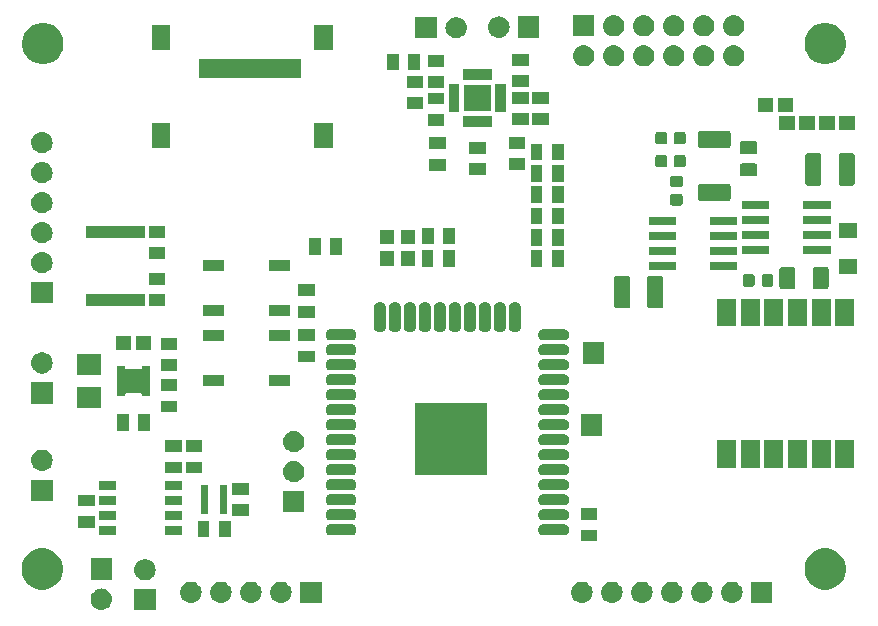
<source format=gbr>
G04 #@! TF.GenerationSoftware,KiCad,Pcbnew,(5.0.1-3-g963ef8bb5)*
G04 #@! TF.CreationDate,2019-05-10T17:55:58-07:00*
G04 #@! TF.ProjectId,ME203_Project,4D453230335F50726F6A6563742E6B69,rev?*
G04 #@! TF.SameCoordinates,Original*
G04 #@! TF.FileFunction,Soldermask,Top*
G04 #@! TF.FilePolarity,Negative*
%FSLAX46Y46*%
G04 Gerber Fmt 4.6, Leading zero omitted, Abs format (unit mm)*
G04 Created by KiCad (PCBNEW (5.0.1-3-g963ef8bb5)) date Friday, May 10, 2019 at 05:55:58 PM*
%MOMM*%
%LPD*%
G01*
G04 APERTURE LIST*
%ADD10C,0.100000*%
G04 APERTURE END LIST*
D10*
G36*
X87301000Y-87001000D02*
X85499000Y-87001000D01*
X85499000Y-85199000D01*
X87301000Y-85199000D01*
X87301000Y-87001000D01*
X87301000Y-87001000D01*
G37*
G36*
X82810442Y-85145518D02*
X82876627Y-85152037D01*
X82986109Y-85185248D01*
X83046467Y-85203557D01*
X83177082Y-85273373D01*
X83202991Y-85287222D01*
X83238729Y-85316552D01*
X83340186Y-85399814D01*
X83423448Y-85501271D01*
X83452778Y-85537009D01*
X83452779Y-85537011D01*
X83536443Y-85693533D01*
X83536443Y-85693534D01*
X83587963Y-85863373D01*
X83605359Y-86040000D01*
X83587963Y-86216627D01*
X83553616Y-86329853D01*
X83536443Y-86386467D01*
X83462348Y-86525087D01*
X83452778Y-86542991D01*
X83423448Y-86578729D01*
X83340186Y-86680186D01*
X83238729Y-86763448D01*
X83202991Y-86792778D01*
X83202989Y-86792779D01*
X83046467Y-86876443D01*
X82989853Y-86893616D01*
X82876627Y-86927963D01*
X82810442Y-86934482D01*
X82744260Y-86941000D01*
X82655740Y-86941000D01*
X82589558Y-86934482D01*
X82523373Y-86927963D01*
X82410147Y-86893616D01*
X82353533Y-86876443D01*
X82197011Y-86792779D01*
X82197009Y-86792778D01*
X82161271Y-86763448D01*
X82059814Y-86680186D01*
X81976552Y-86578729D01*
X81947222Y-86542991D01*
X81937652Y-86525087D01*
X81863557Y-86386467D01*
X81846384Y-86329853D01*
X81812037Y-86216627D01*
X81794641Y-86040000D01*
X81812037Y-85863373D01*
X81863557Y-85693534D01*
X81863557Y-85693533D01*
X81947221Y-85537011D01*
X81947222Y-85537009D01*
X81976552Y-85501271D01*
X82059814Y-85399814D01*
X82161271Y-85316552D01*
X82197009Y-85287222D01*
X82222918Y-85273373D01*
X82353533Y-85203557D01*
X82413891Y-85185248D01*
X82523373Y-85152037D01*
X82589558Y-85145518D01*
X82655740Y-85139000D01*
X82744260Y-85139000D01*
X82810442Y-85145518D01*
X82810442Y-85145518D01*
G37*
G36*
X139531000Y-86351000D02*
X137729000Y-86351000D01*
X137729000Y-84549000D01*
X139531000Y-84549000D01*
X139531000Y-86351000D01*
X139531000Y-86351000D01*
G37*
G36*
X136200442Y-84555518D02*
X136266627Y-84562037D01*
X136379853Y-84596384D01*
X136436467Y-84613557D01*
X136575087Y-84687652D01*
X136592991Y-84697222D01*
X136628729Y-84726552D01*
X136730186Y-84809814D01*
X136813448Y-84911271D01*
X136842778Y-84947009D01*
X136842779Y-84947011D01*
X136926443Y-85103533D01*
X136941156Y-85152037D01*
X136977963Y-85273373D01*
X136995359Y-85450000D01*
X136977963Y-85626627D01*
X136957667Y-85693533D01*
X136926443Y-85796467D01*
X136890680Y-85863373D01*
X136842778Y-85952991D01*
X136813448Y-85988729D01*
X136730186Y-86090186D01*
X136628729Y-86173448D01*
X136592991Y-86202778D01*
X136592989Y-86202779D01*
X136436467Y-86286443D01*
X136379853Y-86303616D01*
X136266627Y-86337963D01*
X136200443Y-86344481D01*
X136134260Y-86351000D01*
X136045740Y-86351000D01*
X135979557Y-86344481D01*
X135913373Y-86337963D01*
X135800147Y-86303616D01*
X135743533Y-86286443D01*
X135587011Y-86202779D01*
X135587009Y-86202778D01*
X135551271Y-86173448D01*
X135449814Y-86090186D01*
X135366552Y-85988729D01*
X135337222Y-85952991D01*
X135289320Y-85863373D01*
X135253557Y-85796467D01*
X135222333Y-85693533D01*
X135202037Y-85626627D01*
X135184641Y-85450000D01*
X135202037Y-85273373D01*
X135238844Y-85152037D01*
X135253557Y-85103533D01*
X135337221Y-84947011D01*
X135337222Y-84947009D01*
X135366552Y-84911271D01*
X135449814Y-84809814D01*
X135551271Y-84726552D01*
X135587009Y-84697222D01*
X135604913Y-84687652D01*
X135743533Y-84613557D01*
X135800147Y-84596384D01*
X135913373Y-84562037D01*
X135979558Y-84555518D01*
X136045740Y-84549000D01*
X136134260Y-84549000D01*
X136200442Y-84555518D01*
X136200442Y-84555518D01*
G37*
G36*
X133660442Y-84555518D02*
X133726627Y-84562037D01*
X133839853Y-84596384D01*
X133896467Y-84613557D01*
X134035087Y-84687652D01*
X134052991Y-84697222D01*
X134088729Y-84726552D01*
X134190186Y-84809814D01*
X134273448Y-84911271D01*
X134302778Y-84947009D01*
X134302779Y-84947011D01*
X134386443Y-85103533D01*
X134401156Y-85152037D01*
X134437963Y-85273373D01*
X134455359Y-85450000D01*
X134437963Y-85626627D01*
X134417667Y-85693533D01*
X134386443Y-85796467D01*
X134350680Y-85863373D01*
X134302778Y-85952991D01*
X134273448Y-85988729D01*
X134190186Y-86090186D01*
X134088729Y-86173448D01*
X134052991Y-86202778D01*
X134052989Y-86202779D01*
X133896467Y-86286443D01*
X133839853Y-86303616D01*
X133726627Y-86337963D01*
X133660443Y-86344481D01*
X133594260Y-86351000D01*
X133505740Y-86351000D01*
X133439557Y-86344481D01*
X133373373Y-86337963D01*
X133260147Y-86303616D01*
X133203533Y-86286443D01*
X133047011Y-86202779D01*
X133047009Y-86202778D01*
X133011271Y-86173448D01*
X132909814Y-86090186D01*
X132826552Y-85988729D01*
X132797222Y-85952991D01*
X132749320Y-85863373D01*
X132713557Y-85796467D01*
X132682333Y-85693533D01*
X132662037Y-85626627D01*
X132644641Y-85450000D01*
X132662037Y-85273373D01*
X132698844Y-85152037D01*
X132713557Y-85103533D01*
X132797221Y-84947011D01*
X132797222Y-84947009D01*
X132826552Y-84911271D01*
X132909814Y-84809814D01*
X133011271Y-84726552D01*
X133047009Y-84697222D01*
X133064913Y-84687652D01*
X133203533Y-84613557D01*
X133260147Y-84596384D01*
X133373373Y-84562037D01*
X133439558Y-84555518D01*
X133505740Y-84549000D01*
X133594260Y-84549000D01*
X133660442Y-84555518D01*
X133660442Y-84555518D01*
G37*
G36*
X131120442Y-84555518D02*
X131186627Y-84562037D01*
X131299853Y-84596384D01*
X131356467Y-84613557D01*
X131495087Y-84687652D01*
X131512991Y-84697222D01*
X131548729Y-84726552D01*
X131650186Y-84809814D01*
X131733448Y-84911271D01*
X131762778Y-84947009D01*
X131762779Y-84947011D01*
X131846443Y-85103533D01*
X131861156Y-85152037D01*
X131897963Y-85273373D01*
X131915359Y-85450000D01*
X131897963Y-85626627D01*
X131877667Y-85693533D01*
X131846443Y-85796467D01*
X131810680Y-85863373D01*
X131762778Y-85952991D01*
X131733448Y-85988729D01*
X131650186Y-86090186D01*
X131548729Y-86173448D01*
X131512991Y-86202778D01*
X131512989Y-86202779D01*
X131356467Y-86286443D01*
X131299853Y-86303616D01*
X131186627Y-86337963D01*
X131120443Y-86344481D01*
X131054260Y-86351000D01*
X130965740Y-86351000D01*
X130899557Y-86344481D01*
X130833373Y-86337963D01*
X130720147Y-86303616D01*
X130663533Y-86286443D01*
X130507011Y-86202779D01*
X130507009Y-86202778D01*
X130471271Y-86173448D01*
X130369814Y-86090186D01*
X130286552Y-85988729D01*
X130257222Y-85952991D01*
X130209320Y-85863373D01*
X130173557Y-85796467D01*
X130142333Y-85693533D01*
X130122037Y-85626627D01*
X130104641Y-85450000D01*
X130122037Y-85273373D01*
X130158844Y-85152037D01*
X130173557Y-85103533D01*
X130257221Y-84947011D01*
X130257222Y-84947009D01*
X130286552Y-84911271D01*
X130369814Y-84809814D01*
X130471271Y-84726552D01*
X130507009Y-84697222D01*
X130524913Y-84687652D01*
X130663533Y-84613557D01*
X130720147Y-84596384D01*
X130833373Y-84562037D01*
X130899558Y-84555518D01*
X130965740Y-84549000D01*
X131054260Y-84549000D01*
X131120442Y-84555518D01*
X131120442Y-84555518D01*
G37*
G36*
X128580442Y-84555518D02*
X128646627Y-84562037D01*
X128759853Y-84596384D01*
X128816467Y-84613557D01*
X128955087Y-84687652D01*
X128972991Y-84697222D01*
X129008729Y-84726552D01*
X129110186Y-84809814D01*
X129193448Y-84911271D01*
X129222778Y-84947009D01*
X129222779Y-84947011D01*
X129306443Y-85103533D01*
X129321156Y-85152037D01*
X129357963Y-85273373D01*
X129375359Y-85450000D01*
X129357963Y-85626627D01*
X129337667Y-85693533D01*
X129306443Y-85796467D01*
X129270680Y-85863373D01*
X129222778Y-85952991D01*
X129193448Y-85988729D01*
X129110186Y-86090186D01*
X129008729Y-86173448D01*
X128972991Y-86202778D01*
X128972989Y-86202779D01*
X128816467Y-86286443D01*
X128759853Y-86303616D01*
X128646627Y-86337963D01*
X128580443Y-86344481D01*
X128514260Y-86351000D01*
X128425740Y-86351000D01*
X128359557Y-86344481D01*
X128293373Y-86337963D01*
X128180147Y-86303616D01*
X128123533Y-86286443D01*
X127967011Y-86202779D01*
X127967009Y-86202778D01*
X127931271Y-86173448D01*
X127829814Y-86090186D01*
X127746552Y-85988729D01*
X127717222Y-85952991D01*
X127669320Y-85863373D01*
X127633557Y-85796467D01*
X127602333Y-85693533D01*
X127582037Y-85626627D01*
X127564641Y-85450000D01*
X127582037Y-85273373D01*
X127618844Y-85152037D01*
X127633557Y-85103533D01*
X127717221Y-84947011D01*
X127717222Y-84947009D01*
X127746552Y-84911271D01*
X127829814Y-84809814D01*
X127931271Y-84726552D01*
X127967009Y-84697222D01*
X127984913Y-84687652D01*
X128123533Y-84613557D01*
X128180147Y-84596384D01*
X128293373Y-84562037D01*
X128359558Y-84555518D01*
X128425740Y-84549000D01*
X128514260Y-84549000D01*
X128580442Y-84555518D01*
X128580442Y-84555518D01*
G37*
G36*
X126040442Y-84555518D02*
X126106627Y-84562037D01*
X126219853Y-84596384D01*
X126276467Y-84613557D01*
X126415087Y-84687652D01*
X126432991Y-84697222D01*
X126468729Y-84726552D01*
X126570186Y-84809814D01*
X126653448Y-84911271D01*
X126682778Y-84947009D01*
X126682779Y-84947011D01*
X126766443Y-85103533D01*
X126781156Y-85152037D01*
X126817963Y-85273373D01*
X126835359Y-85450000D01*
X126817963Y-85626627D01*
X126797667Y-85693533D01*
X126766443Y-85796467D01*
X126730680Y-85863373D01*
X126682778Y-85952991D01*
X126653448Y-85988729D01*
X126570186Y-86090186D01*
X126468729Y-86173448D01*
X126432991Y-86202778D01*
X126432989Y-86202779D01*
X126276467Y-86286443D01*
X126219853Y-86303616D01*
X126106627Y-86337963D01*
X126040443Y-86344481D01*
X125974260Y-86351000D01*
X125885740Y-86351000D01*
X125819557Y-86344481D01*
X125753373Y-86337963D01*
X125640147Y-86303616D01*
X125583533Y-86286443D01*
X125427011Y-86202779D01*
X125427009Y-86202778D01*
X125391271Y-86173448D01*
X125289814Y-86090186D01*
X125206552Y-85988729D01*
X125177222Y-85952991D01*
X125129320Y-85863373D01*
X125093557Y-85796467D01*
X125062333Y-85693533D01*
X125042037Y-85626627D01*
X125024641Y-85450000D01*
X125042037Y-85273373D01*
X125078844Y-85152037D01*
X125093557Y-85103533D01*
X125177221Y-84947011D01*
X125177222Y-84947009D01*
X125206552Y-84911271D01*
X125289814Y-84809814D01*
X125391271Y-84726552D01*
X125427009Y-84697222D01*
X125444913Y-84687652D01*
X125583533Y-84613557D01*
X125640147Y-84596384D01*
X125753373Y-84562037D01*
X125819558Y-84555518D01*
X125885740Y-84549000D01*
X125974260Y-84549000D01*
X126040442Y-84555518D01*
X126040442Y-84555518D01*
G37*
G36*
X123500442Y-84555518D02*
X123566627Y-84562037D01*
X123679853Y-84596384D01*
X123736467Y-84613557D01*
X123875087Y-84687652D01*
X123892991Y-84697222D01*
X123928729Y-84726552D01*
X124030186Y-84809814D01*
X124113448Y-84911271D01*
X124142778Y-84947009D01*
X124142779Y-84947011D01*
X124226443Y-85103533D01*
X124241156Y-85152037D01*
X124277963Y-85273373D01*
X124295359Y-85450000D01*
X124277963Y-85626627D01*
X124257667Y-85693533D01*
X124226443Y-85796467D01*
X124190680Y-85863373D01*
X124142778Y-85952991D01*
X124113448Y-85988729D01*
X124030186Y-86090186D01*
X123928729Y-86173448D01*
X123892991Y-86202778D01*
X123892989Y-86202779D01*
X123736467Y-86286443D01*
X123679853Y-86303616D01*
X123566627Y-86337963D01*
X123500443Y-86344481D01*
X123434260Y-86351000D01*
X123345740Y-86351000D01*
X123279557Y-86344481D01*
X123213373Y-86337963D01*
X123100147Y-86303616D01*
X123043533Y-86286443D01*
X122887011Y-86202779D01*
X122887009Y-86202778D01*
X122851271Y-86173448D01*
X122749814Y-86090186D01*
X122666552Y-85988729D01*
X122637222Y-85952991D01*
X122589320Y-85863373D01*
X122553557Y-85796467D01*
X122522333Y-85693533D01*
X122502037Y-85626627D01*
X122484641Y-85450000D01*
X122502037Y-85273373D01*
X122538844Y-85152037D01*
X122553557Y-85103533D01*
X122637221Y-84947011D01*
X122637222Y-84947009D01*
X122666552Y-84911271D01*
X122749814Y-84809814D01*
X122851271Y-84726552D01*
X122887009Y-84697222D01*
X122904913Y-84687652D01*
X123043533Y-84613557D01*
X123100147Y-84596384D01*
X123213373Y-84562037D01*
X123279558Y-84555518D01*
X123345740Y-84549000D01*
X123434260Y-84549000D01*
X123500442Y-84555518D01*
X123500442Y-84555518D01*
G37*
G36*
X101351000Y-86351000D02*
X99549000Y-86351000D01*
X99549000Y-84549000D01*
X101351000Y-84549000D01*
X101351000Y-86351000D01*
X101351000Y-86351000D01*
G37*
G36*
X98020442Y-84555518D02*
X98086627Y-84562037D01*
X98199853Y-84596384D01*
X98256467Y-84613557D01*
X98395087Y-84687652D01*
X98412991Y-84697222D01*
X98448729Y-84726552D01*
X98550186Y-84809814D01*
X98633448Y-84911271D01*
X98662778Y-84947009D01*
X98662779Y-84947011D01*
X98746443Y-85103533D01*
X98761156Y-85152037D01*
X98797963Y-85273373D01*
X98815359Y-85450000D01*
X98797963Y-85626627D01*
X98777667Y-85693533D01*
X98746443Y-85796467D01*
X98710680Y-85863373D01*
X98662778Y-85952991D01*
X98633448Y-85988729D01*
X98550186Y-86090186D01*
X98448729Y-86173448D01*
X98412991Y-86202778D01*
X98412989Y-86202779D01*
X98256467Y-86286443D01*
X98199853Y-86303616D01*
X98086627Y-86337963D01*
X98020443Y-86344481D01*
X97954260Y-86351000D01*
X97865740Y-86351000D01*
X97799557Y-86344481D01*
X97733373Y-86337963D01*
X97620147Y-86303616D01*
X97563533Y-86286443D01*
X97407011Y-86202779D01*
X97407009Y-86202778D01*
X97371271Y-86173448D01*
X97269814Y-86090186D01*
X97186552Y-85988729D01*
X97157222Y-85952991D01*
X97109320Y-85863373D01*
X97073557Y-85796467D01*
X97042333Y-85693533D01*
X97022037Y-85626627D01*
X97004641Y-85450000D01*
X97022037Y-85273373D01*
X97058844Y-85152037D01*
X97073557Y-85103533D01*
X97157221Y-84947011D01*
X97157222Y-84947009D01*
X97186552Y-84911271D01*
X97269814Y-84809814D01*
X97371271Y-84726552D01*
X97407009Y-84697222D01*
X97424913Y-84687652D01*
X97563533Y-84613557D01*
X97620147Y-84596384D01*
X97733373Y-84562037D01*
X97799558Y-84555518D01*
X97865740Y-84549000D01*
X97954260Y-84549000D01*
X98020442Y-84555518D01*
X98020442Y-84555518D01*
G37*
G36*
X95480442Y-84555518D02*
X95546627Y-84562037D01*
X95659853Y-84596384D01*
X95716467Y-84613557D01*
X95855087Y-84687652D01*
X95872991Y-84697222D01*
X95908729Y-84726552D01*
X96010186Y-84809814D01*
X96093448Y-84911271D01*
X96122778Y-84947009D01*
X96122779Y-84947011D01*
X96206443Y-85103533D01*
X96221156Y-85152037D01*
X96257963Y-85273373D01*
X96275359Y-85450000D01*
X96257963Y-85626627D01*
X96237667Y-85693533D01*
X96206443Y-85796467D01*
X96170680Y-85863373D01*
X96122778Y-85952991D01*
X96093448Y-85988729D01*
X96010186Y-86090186D01*
X95908729Y-86173448D01*
X95872991Y-86202778D01*
X95872989Y-86202779D01*
X95716467Y-86286443D01*
X95659853Y-86303616D01*
X95546627Y-86337963D01*
X95480443Y-86344481D01*
X95414260Y-86351000D01*
X95325740Y-86351000D01*
X95259557Y-86344481D01*
X95193373Y-86337963D01*
X95080147Y-86303616D01*
X95023533Y-86286443D01*
X94867011Y-86202779D01*
X94867009Y-86202778D01*
X94831271Y-86173448D01*
X94729814Y-86090186D01*
X94646552Y-85988729D01*
X94617222Y-85952991D01*
X94569320Y-85863373D01*
X94533557Y-85796467D01*
X94502333Y-85693533D01*
X94482037Y-85626627D01*
X94464641Y-85450000D01*
X94482037Y-85273373D01*
X94518844Y-85152037D01*
X94533557Y-85103533D01*
X94617221Y-84947011D01*
X94617222Y-84947009D01*
X94646552Y-84911271D01*
X94729814Y-84809814D01*
X94831271Y-84726552D01*
X94867009Y-84697222D01*
X94884913Y-84687652D01*
X95023533Y-84613557D01*
X95080147Y-84596384D01*
X95193373Y-84562037D01*
X95259558Y-84555518D01*
X95325740Y-84549000D01*
X95414260Y-84549000D01*
X95480442Y-84555518D01*
X95480442Y-84555518D01*
G37*
G36*
X92940442Y-84555518D02*
X93006627Y-84562037D01*
X93119853Y-84596384D01*
X93176467Y-84613557D01*
X93315087Y-84687652D01*
X93332991Y-84697222D01*
X93368729Y-84726552D01*
X93470186Y-84809814D01*
X93553448Y-84911271D01*
X93582778Y-84947009D01*
X93582779Y-84947011D01*
X93666443Y-85103533D01*
X93681156Y-85152037D01*
X93717963Y-85273373D01*
X93735359Y-85450000D01*
X93717963Y-85626627D01*
X93697667Y-85693533D01*
X93666443Y-85796467D01*
X93630680Y-85863373D01*
X93582778Y-85952991D01*
X93553448Y-85988729D01*
X93470186Y-86090186D01*
X93368729Y-86173448D01*
X93332991Y-86202778D01*
X93332989Y-86202779D01*
X93176467Y-86286443D01*
X93119853Y-86303616D01*
X93006627Y-86337963D01*
X92940443Y-86344481D01*
X92874260Y-86351000D01*
X92785740Y-86351000D01*
X92719557Y-86344481D01*
X92653373Y-86337963D01*
X92540147Y-86303616D01*
X92483533Y-86286443D01*
X92327011Y-86202779D01*
X92327009Y-86202778D01*
X92291271Y-86173448D01*
X92189814Y-86090186D01*
X92106552Y-85988729D01*
X92077222Y-85952991D01*
X92029320Y-85863373D01*
X91993557Y-85796467D01*
X91962333Y-85693533D01*
X91942037Y-85626627D01*
X91924641Y-85450000D01*
X91942037Y-85273373D01*
X91978844Y-85152037D01*
X91993557Y-85103533D01*
X92077221Y-84947011D01*
X92077222Y-84947009D01*
X92106552Y-84911271D01*
X92189814Y-84809814D01*
X92291271Y-84726552D01*
X92327009Y-84697222D01*
X92344913Y-84687652D01*
X92483533Y-84613557D01*
X92540147Y-84596384D01*
X92653373Y-84562037D01*
X92719558Y-84555518D01*
X92785740Y-84549000D01*
X92874260Y-84549000D01*
X92940442Y-84555518D01*
X92940442Y-84555518D01*
G37*
G36*
X90400442Y-84555518D02*
X90466627Y-84562037D01*
X90579853Y-84596384D01*
X90636467Y-84613557D01*
X90775087Y-84687652D01*
X90792991Y-84697222D01*
X90828729Y-84726552D01*
X90930186Y-84809814D01*
X91013448Y-84911271D01*
X91042778Y-84947009D01*
X91042779Y-84947011D01*
X91126443Y-85103533D01*
X91141156Y-85152037D01*
X91177963Y-85273373D01*
X91195359Y-85450000D01*
X91177963Y-85626627D01*
X91157667Y-85693533D01*
X91126443Y-85796467D01*
X91090680Y-85863373D01*
X91042778Y-85952991D01*
X91013448Y-85988729D01*
X90930186Y-86090186D01*
X90828729Y-86173448D01*
X90792991Y-86202778D01*
X90792989Y-86202779D01*
X90636467Y-86286443D01*
X90579853Y-86303616D01*
X90466627Y-86337963D01*
X90400443Y-86344481D01*
X90334260Y-86351000D01*
X90245740Y-86351000D01*
X90179557Y-86344481D01*
X90113373Y-86337963D01*
X90000147Y-86303616D01*
X89943533Y-86286443D01*
X89787011Y-86202779D01*
X89787009Y-86202778D01*
X89751271Y-86173448D01*
X89649814Y-86090186D01*
X89566552Y-85988729D01*
X89537222Y-85952991D01*
X89489320Y-85863373D01*
X89453557Y-85796467D01*
X89422333Y-85693533D01*
X89402037Y-85626627D01*
X89384641Y-85450000D01*
X89402037Y-85273373D01*
X89438844Y-85152037D01*
X89453557Y-85103533D01*
X89537221Y-84947011D01*
X89537222Y-84947009D01*
X89566552Y-84911271D01*
X89649814Y-84809814D01*
X89751271Y-84726552D01*
X89787009Y-84697222D01*
X89804913Y-84687652D01*
X89943533Y-84613557D01*
X90000147Y-84596384D01*
X90113373Y-84562037D01*
X90179558Y-84555518D01*
X90245740Y-84549000D01*
X90334260Y-84549000D01*
X90400442Y-84555518D01*
X90400442Y-84555518D01*
G37*
G36*
X144511214Y-81814751D02*
X144830166Y-81946865D01*
X145117220Y-82138669D01*
X145361331Y-82382780D01*
X145553135Y-82669834D01*
X145685249Y-82988786D01*
X145752600Y-83327383D01*
X145752600Y-83672617D01*
X145685249Y-84011214D01*
X145553135Y-84330166D01*
X145361331Y-84617220D01*
X145117220Y-84861331D01*
X144830166Y-85053135D01*
X144511214Y-85185249D01*
X144172617Y-85252600D01*
X143827383Y-85252600D01*
X143488786Y-85185249D01*
X143169834Y-85053135D01*
X142882780Y-84861331D01*
X142638669Y-84617220D01*
X142446865Y-84330166D01*
X142314751Y-84011214D01*
X142247400Y-83672617D01*
X142247400Y-83327383D01*
X142314751Y-82988786D01*
X142446865Y-82669834D01*
X142638669Y-82382780D01*
X142882780Y-82138669D01*
X143169834Y-81946865D01*
X143488786Y-81814751D01*
X143827383Y-81747400D01*
X144172617Y-81747400D01*
X144511214Y-81814751D01*
X144511214Y-81814751D01*
G37*
G36*
X78211214Y-81814751D02*
X78530166Y-81946865D01*
X78817220Y-82138669D01*
X79061331Y-82382780D01*
X79253135Y-82669834D01*
X79385249Y-82988786D01*
X79452600Y-83327383D01*
X79452600Y-83672617D01*
X79385249Y-84011214D01*
X79253135Y-84330166D01*
X79061331Y-84617220D01*
X78817220Y-84861331D01*
X78530166Y-85053135D01*
X78211214Y-85185249D01*
X77872617Y-85252600D01*
X77527383Y-85252600D01*
X77188786Y-85185249D01*
X76869834Y-85053135D01*
X76582780Y-84861331D01*
X76338669Y-84617220D01*
X76146865Y-84330166D01*
X76014751Y-84011214D01*
X75947400Y-83672617D01*
X75947400Y-83327383D01*
X76014751Y-82988786D01*
X76146865Y-82669834D01*
X76338669Y-82382780D01*
X76582780Y-82138669D01*
X76869834Y-81946865D01*
X77188786Y-81814751D01*
X77527383Y-81747400D01*
X77872617Y-81747400D01*
X78211214Y-81814751D01*
X78211214Y-81814751D01*
G37*
G36*
X86510442Y-82665518D02*
X86576627Y-82672037D01*
X86689853Y-82706384D01*
X86746467Y-82723557D01*
X86885087Y-82797652D01*
X86902991Y-82807222D01*
X86938729Y-82836552D01*
X87040186Y-82919814D01*
X87123448Y-83021271D01*
X87152778Y-83057009D01*
X87152779Y-83057011D01*
X87236443Y-83213533D01*
X87236443Y-83213534D01*
X87287963Y-83383373D01*
X87305359Y-83560000D01*
X87287963Y-83736627D01*
X87253616Y-83849853D01*
X87236443Y-83906467D01*
X87180454Y-84011214D01*
X87152778Y-84062991D01*
X87123448Y-84098729D01*
X87040186Y-84200186D01*
X86938729Y-84283448D01*
X86902991Y-84312778D01*
X86902989Y-84312779D01*
X86746467Y-84396443D01*
X86731444Y-84401000D01*
X86576627Y-84447963D01*
X86510442Y-84454482D01*
X86444260Y-84461000D01*
X86355740Y-84461000D01*
X86289558Y-84454482D01*
X86223373Y-84447963D01*
X86068556Y-84401000D01*
X86053533Y-84396443D01*
X85897011Y-84312779D01*
X85897009Y-84312778D01*
X85861271Y-84283448D01*
X85759814Y-84200186D01*
X85676552Y-84098729D01*
X85647222Y-84062991D01*
X85619546Y-84011214D01*
X85563557Y-83906467D01*
X85546384Y-83849853D01*
X85512037Y-83736627D01*
X85494641Y-83560000D01*
X85512037Y-83383373D01*
X85563557Y-83213534D01*
X85563557Y-83213533D01*
X85647221Y-83057011D01*
X85647222Y-83057009D01*
X85676552Y-83021271D01*
X85759814Y-82919814D01*
X85861271Y-82836552D01*
X85897009Y-82807222D01*
X85914913Y-82797652D01*
X86053533Y-82723557D01*
X86110147Y-82706384D01*
X86223373Y-82672037D01*
X86289558Y-82665518D01*
X86355740Y-82659000D01*
X86444260Y-82659000D01*
X86510442Y-82665518D01*
X86510442Y-82665518D01*
G37*
G36*
X83601000Y-84401000D02*
X81799000Y-84401000D01*
X81799000Y-82599000D01*
X83601000Y-82599000D01*
X83601000Y-84401000D01*
X83601000Y-84401000D01*
G37*
G36*
X124701040Y-81149540D02*
X123298960Y-81149540D01*
X123298960Y-80148780D01*
X124701040Y-80148780D01*
X124701040Y-81149540D01*
X124701040Y-81149540D01*
G37*
G36*
X93649540Y-80801040D02*
X92648780Y-80801040D01*
X92648780Y-79398960D01*
X93649540Y-79398960D01*
X93649540Y-80801040D01*
X93649540Y-80801040D01*
G37*
G36*
X91851220Y-80801040D02*
X90850460Y-80801040D01*
X90850460Y-79398960D01*
X91851220Y-79398960D01*
X91851220Y-80801040D01*
X91851220Y-80801040D01*
G37*
G36*
X121898213Y-79656249D02*
X121992652Y-79684897D01*
X122079687Y-79731418D01*
X122155975Y-79794025D01*
X122218582Y-79870313D01*
X122265103Y-79957348D01*
X122293751Y-80051787D01*
X122303424Y-80150000D01*
X122293751Y-80248213D01*
X122265103Y-80342652D01*
X122218582Y-80429687D01*
X122155975Y-80505975D01*
X122079687Y-80568582D01*
X121992652Y-80615103D01*
X121898213Y-80643751D01*
X121824612Y-80651000D01*
X120175388Y-80651000D01*
X120101787Y-80643751D01*
X120007348Y-80615103D01*
X119920313Y-80568582D01*
X119844025Y-80505975D01*
X119781418Y-80429687D01*
X119734897Y-80342652D01*
X119706249Y-80248213D01*
X119696576Y-80150000D01*
X119706249Y-80051787D01*
X119734897Y-79957348D01*
X119781418Y-79870313D01*
X119844025Y-79794025D01*
X119920313Y-79731418D01*
X120007348Y-79684897D01*
X120101787Y-79656249D01*
X120175388Y-79649000D01*
X121824612Y-79649000D01*
X121898213Y-79656249D01*
X121898213Y-79656249D01*
G37*
G36*
X103898213Y-79656249D02*
X103992652Y-79684897D01*
X104079687Y-79731418D01*
X104155975Y-79794025D01*
X104218582Y-79870313D01*
X104265103Y-79957348D01*
X104293751Y-80051787D01*
X104303424Y-80150000D01*
X104293751Y-80248213D01*
X104265103Y-80342652D01*
X104218582Y-80429687D01*
X104155975Y-80505975D01*
X104079687Y-80568582D01*
X103992652Y-80615103D01*
X103898213Y-80643751D01*
X103824612Y-80651000D01*
X102175388Y-80651000D01*
X102101787Y-80643751D01*
X102007348Y-80615103D01*
X101920313Y-80568582D01*
X101844025Y-80505975D01*
X101781418Y-80429687D01*
X101734897Y-80342652D01*
X101706249Y-80248213D01*
X101696576Y-80150000D01*
X101706249Y-80051787D01*
X101734897Y-79957348D01*
X101781418Y-79870313D01*
X101844025Y-79794025D01*
X101920313Y-79731418D01*
X102007348Y-79684897D01*
X102101787Y-79656249D01*
X102175388Y-79649000D01*
X103824612Y-79649000D01*
X103898213Y-79656249D01*
X103898213Y-79656249D01*
G37*
G36*
X89522120Y-80633320D02*
X88120040Y-80633320D01*
X88120040Y-79830680D01*
X89522120Y-79830680D01*
X89522120Y-80633320D01*
X89522120Y-80633320D01*
G37*
G36*
X83923960Y-80633320D02*
X82521880Y-80633320D01*
X82521880Y-79830680D01*
X83923960Y-79830680D01*
X83923960Y-80633320D01*
X83923960Y-80633320D01*
G37*
G36*
X82151040Y-79980540D02*
X80748960Y-79980540D01*
X80748960Y-78979780D01*
X82151040Y-78979780D01*
X82151040Y-79980540D01*
X82151040Y-79980540D01*
G37*
G36*
X121898213Y-78386249D02*
X121992652Y-78414897D01*
X122079687Y-78461418D01*
X122155975Y-78524025D01*
X122218582Y-78600313D01*
X122265103Y-78687348D01*
X122293751Y-78781787D01*
X122303424Y-78880000D01*
X122293751Y-78978213D01*
X122265103Y-79072652D01*
X122218582Y-79159687D01*
X122155975Y-79235975D01*
X122079687Y-79298582D01*
X121992652Y-79345103D01*
X121898213Y-79373751D01*
X121824612Y-79381000D01*
X120175388Y-79381000D01*
X120101787Y-79373751D01*
X120007348Y-79345103D01*
X119920313Y-79298582D01*
X119844025Y-79235975D01*
X119781418Y-79159687D01*
X119734897Y-79072652D01*
X119706249Y-78978213D01*
X119696576Y-78880000D01*
X119706249Y-78781787D01*
X119734897Y-78687348D01*
X119781418Y-78600313D01*
X119844025Y-78524025D01*
X119920313Y-78461418D01*
X120007348Y-78414897D01*
X120101787Y-78386249D01*
X120175388Y-78379000D01*
X121824612Y-78379000D01*
X121898213Y-78386249D01*
X121898213Y-78386249D01*
G37*
G36*
X103898213Y-78386249D02*
X103992652Y-78414897D01*
X104079687Y-78461418D01*
X104155975Y-78524025D01*
X104218582Y-78600313D01*
X104265103Y-78687348D01*
X104293751Y-78781787D01*
X104303424Y-78880000D01*
X104293751Y-78978213D01*
X104265103Y-79072652D01*
X104218582Y-79159687D01*
X104155975Y-79235975D01*
X104079687Y-79298582D01*
X103992652Y-79345103D01*
X103898213Y-79373751D01*
X103824612Y-79381000D01*
X102175388Y-79381000D01*
X102101787Y-79373751D01*
X102007348Y-79345103D01*
X101920313Y-79298582D01*
X101844025Y-79235975D01*
X101781418Y-79159687D01*
X101734897Y-79072652D01*
X101706249Y-78978213D01*
X101696576Y-78880000D01*
X101706249Y-78781787D01*
X101734897Y-78687348D01*
X101781418Y-78600313D01*
X101844025Y-78524025D01*
X101920313Y-78461418D01*
X102007348Y-78414897D01*
X102101787Y-78386249D01*
X102175388Y-78379000D01*
X103824612Y-78379000D01*
X103898213Y-78386249D01*
X103898213Y-78386249D01*
G37*
G36*
X89522120Y-79363320D02*
X88120040Y-79363320D01*
X88120040Y-78560680D01*
X89522120Y-78560680D01*
X89522120Y-79363320D01*
X89522120Y-79363320D01*
G37*
G36*
X83923960Y-79363320D02*
X82521880Y-79363320D01*
X82521880Y-78560680D01*
X83923960Y-78560680D01*
X83923960Y-79363320D01*
X83923960Y-79363320D01*
G37*
G36*
X124701040Y-79351220D02*
X123298960Y-79351220D01*
X123298960Y-78350460D01*
X124701040Y-78350460D01*
X124701040Y-79351220D01*
X124701040Y-79351220D01*
G37*
G36*
X95201040Y-78999540D02*
X93798960Y-78999540D01*
X93798960Y-77998780D01*
X95201040Y-77998780D01*
X95201040Y-78999540D01*
X95201040Y-78999540D01*
G37*
G36*
X91751000Y-78801000D02*
X91149000Y-78801000D01*
X91149000Y-76399000D01*
X91751000Y-76399000D01*
X91751000Y-78801000D01*
X91751000Y-78801000D01*
G37*
G36*
X93351000Y-78801000D02*
X92749000Y-78801000D01*
X92749000Y-76399000D01*
X93351000Y-76399000D01*
X93351000Y-78801000D01*
X93351000Y-78801000D01*
G37*
G36*
X99901000Y-78681000D02*
X98099000Y-78681000D01*
X98099000Y-76879000D01*
X99901000Y-76879000D01*
X99901000Y-78681000D01*
X99901000Y-78681000D01*
G37*
G36*
X82151040Y-78182220D02*
X80748960Y-78182220D01*
X80748960Y-77181460D01*
X82151040Y-77181460D01*
X82151040Y-78182220D01*
X82151040Y-78182220D01*
G37*
G36*
X121898213Y-77116249D02*
X121992652Y-77144897D01*
X122079687Y-77191418D01*
X122155975Y-77254025D01*
X122218582Y-77330313D01*
X122265103Y-77417348D01*
X122293751Y-77511787D01*
X122303424Y-77610000D01*
X122293751Y-77708213D01*
X122265103Y-77802652D01*
X122218582Y-77889687D01*
X122155975Y-77965975D01*
X122079687Y-78028582D01*
X121992652Y-78075103D01*
X121898213Y-78103751D01*
X121824612Y-78111000D01*
X120175388Y-78111000D01*
X120101787Y-78103751D01*
X120007348Y-78075103D01*
X119920313Y-78028582D01*
X119844025Y-77965975D01*
X119781418Y-77889687D01*
X119734897Y-77802652D01*
X119706249Y-77708213D01*
X119696576Y-77610000D01*
X119706249Y-77511787D01*
X119734897Y-77417348D01*
X119781418Y-77330313D01*
X119844025Y-77254025D01*
X119920313Y-77191418D01*
X120007348Y-77144897D01*
X120101787Y-77116249D01*
X120175388Y-77109000D01*
X121824612Y-77109000D01*
X121898213Y-77116249D01*
X121898213Y-77116249D01*
G37*
G36*
X103898213Y-77116249D02*
X103992652Y-77144897D01*
X104079687Y-77191418D01*
X104155975Y-77254025D01*
X104218582Y-77330313D01*
X104265103Y-77417348D01*
X104293751Y-77511787D01*
X104303424Y-77610000D01*
X104293751Y-77708213D01*
X104265103Y-77802652D01*
X104218582Y-77889687D01*
X104155975Y-77965975D01*
X104079687Y-78028582D01*
X103992652Y-78075103D01*
X103898213Y-78103751D01*
X103824612Y-78111000D01*
X102175388Y-78111000D01*
X102101787Y-78103751D01*
X102007348Y-78075103D01*
X101920313Y-78028582D01*
X101844025Y-77965975D01*
X101781418Y-77889687D01*
X101734897Y-77802652D01*
X101706249Y-77708213D01*
X101696576Y-77610000D01*
X101706249Y-77511787D01*
X101734897Y-77417348D01*
X101781418Y-77330313D01*
X101844025Y-77254025D01*
X101920313Y-77191418D01*
X102007348Y-77144897D01*
X102101787Y-77116249D01*
X102175388Y-77109000D01*
X103824612Y-77109000D01*
X103898213Y-77116249D01*
X103898213Y-77116249D01*
G37*
G36*
X89522120Y-78093320D02*
X88120040Y-78093320D01*
X88120040Y-77290680D01*
X89522120Y-77290680D01*
X89522120Y-78093320D01*
X89522120Y-78093320D01*
G37*
G36*
X83923960Y-78093320D02*
X82521880Y-78093320D01*
X82521880Y-77290680D01*
X83923960Y-77290680D01*
X83923960Y-78093320D01*
X83923960Y-78093320D01*
G37*
G36*
X78580599Y-77732376D02*
X76778599Y-77732376D01*
X76778599Y-75930376D01*
X78580599Y-75930376D01*
X78580599Y-77732376D01*
X78580599Y-77732376D01*
G37*
G36*
X95201040Y-77201220D02*
X93798960Y-77201220D01*
X93798960Y-76200460D01*
X95201040Y-76200460D01*
X95201040Y-77201220D01*
X95201040Y-77201220D01*
G37*
G36*
X103898213Y-75846249D02*
X103992652Y-75874897D01*
X104079687Y-75921418D01*
X104155975Y-75984025D01*
X104218582Y-76060313D01*
X104265103Y-76147348D01*
X104293751Y-76241787D01*
X104303424Y-76340000D01*
X104293751Y-76438213D01*
X104265103Y-76532652D01*
X104218582Y-76619687D01*
X104155975Y-76695975D01*
X104079687Y-76758582D01*
X103992652Y-76805103D01*
X103898213Y-76833751D01*
X103824612Y-76841000D01*
X102175388Y-76841000D01*
X102101787Y-76833751D01*
X102007348Y-76805103D01*
X101920313Y-76758582D01*
X101844025Y-76695975D01*
X101781418Y-76619687D01*
X101734897Y-76532652D01*
X101706249Y-76438213D01*
X101696576Y-76340000D01*
X101706249Y-76241787D01*
X101734897Y-76147348D01*
X101781418Y-76060313D01*
X101844025Y-75984025D01*
X101920313Y-75921418D01*
X102007348Y-75874897D01*
X102101787Y-75846249D01*
X102175388Y-75839000D01*
X103824612Y-75839000D01*
X103898213Y-75846249D01*
X103898213Y-75846249D01*
G37*
G36*
X121898213Y-75846249D02*
X121992652Y-75874897D01*
X122079687Y-75921418D01*
X122155975Y-75984025D01*
X122218582Y-76060313D01*
X122265103Y-76147348D01*
X122293751Y-76241787D01*
X122303424Y-76340000D01*
X122293751Y-76438213D01*
X122265103Y-76532652D01*
X122218582Y-76619687D01*
X122155975Y-76695975D01*
X122079687Y-76758582D01*
X121992652Y-76805103D01*
X121898213Y-76833751D01*
X121824612Y-76841000D01*
X120175388Y-76841000D01*
X120101787Y-76833751D01*
X120007348Y-76805103D01*
X119920313Y-76758582D01*
X119844025Y-76695975D01*
X119781418Y-76619687D01*
X119734897Y-76532652D01*
X119706249Y-76438213D01*
X119696576Y-76340000D01*
X119706249Y-76241787D01*
X119734897Y-76147348D01*
X119781418Y-76060313D01*
X119844025Y-75984025D01*
X119920313Y-75921418D01*
X120007348Y-75874897D01*
X120101787Y-75846249D01*
X120175388Y-75839000D01*
X121824612Y-75839000D01*
X121898213Y-75846249D01*
X121898213Y-75846249D01*
G37*
G36*
X83923960Y-76823320D02*
X82521880Y-76823320D01*
X82521880Y-76020680D01*
X83923960Y-76020680D01*
X83923960Y-76823320D01*
X83923960Y-76823320D01*
G37*
G36*
X89522120Y-76823320D02*
X88120040Y-76823320D01*
X88120040Y-76020680D01*
X89522120Y-76020680D01*
X89522120Y-76823320D01*
X89522120Y-76823320D01*
G37*
G36*
X99110443Y-74345519D02*
X99176627Y-74352037D01*
X99289853Y-74386384D01*
X99346467Y-74403557D01*
X99467031Y-74468001D01*
X99502991Y-74487222D01*
X99538729Y-74516552D01*
X99640186Y-74599814D01*
X99723448Y-74701271D01*
X99752778Y-74737009D01*
X99752779Y-74737011D01*
X99836443Y-74893533D01*
X99836443Y-74893534D01*
X99887963Y-75063373D01*
X99905359Y-75240000D01*
X99887963Y-75416627D01*
X99885127Y-75425975D01*
X99836443Y-75586467D01*
X99762348Y-75725087D01*
X99752778Y-75742991D01*
X99723448Y-75778729D01*
X99640186Y-75880186D01*
X99579028Y-75930376D01*
X99502991Y-75992778D01*
X99502989Y-75992779D01*
X99346467Y-76076443D01*
X99289853Y-76093616D01*
X99176627Y-76127963D01*
X99110443Y-76134481D01*
X99044260Y-76141000D01*
X98955740Y-76141000D01*
X98889557Y-76134481D01*
X98823373Y-76127963D01*
X98710147Y-76093616D01*
X98653533Y-76076443D01*
X98497011Y-75992779D01*
X98497009Y-75992778D01*
X98420972Y-75930376D01*
X98359814Y-75880186D01*
X98276552Y-75778729D01*
X98247222Y-75742991D01*
X98237652Y-75725087D01*
X98163557Y-75586467D01*
X98114873Y-75425975D01*
X98112037Y-75416627D01*
X98094641Y-75240000D01*
X98112037Y-75063373D01*
X98163557Y-74893534D01*
X98163557Y-74893533D01*
X98247221Y-74737011D01*
X98247222Y-74737009D01*
X98276552Y-74701271D01*
X98359814Y-74599814D01*
X98461271Y-74516552D01*
X98497009Y-74487222D01*
X98532969Y-74468001D01*
X98653533Y-74403557D01*
X98710147Y-74386384D01*
X98823373Y-74352037D01*
X98889557Y-74345519D01*
X98955740Y-74339000D01*
X99044260Y-74339000D01*
X99110443Y-74345519D01*
X99110443Y-74345519D01*
G37*
G36*
X103898213Y-74576249D02*
X103992652Y-74604897D01*
X104079687Y-74651418D01*
X104155975Y-74714025D01*
X104218582Y-74790313D01*
X104265103Y-74877348D01*
X104293751Y-74971787D01*
X104303424Y-75070000D01*
X104293751Y-75168213D01*
X104265103Y-75262652D01*
X104218582Y-75349687D01*
X104155975Y-75425975D01*
X104079687Y-75488582D01*
X103992652Y-75535103D01*
X103898213Y-75563751D01*
X103824612Y-75571000D01*
X102175388Y-75571000D01*
X102101787Y-75563751D01*
X102007348Y-75535103D01*
X101920313Y-75488582D01*
X101844025Y-75425975D01*
X101781418Y-75349687D01*
X101734897Y-75262652D01*
X101706249Y-75168213D01*
X101696576Y-75070000D01*
X101706249Y-74971787D01*
X101734897Y-74877348D01*
X101781418Y-74790313D01*
X101844025Y-74714025D01*
X101920313Y-74651418D01*
X102007348Y-74604897D01*
X102101787Y-74576249D01*
X102175388Y-74569000D01*
X103824612Y-74569000D01*
X103898213Y-74576249D01*
X103898213Y-74576249D01*
G37*
G36*
X121898213Y-74576249D02*
X121992652Y-74604897D01*
X122079687Y-74651418D01*
X122155975Y-74714025D01*
X122218582Y-74790313D01*
X122265103Y-74877348D01*
X122293751Y-74971787D01*
X122303424Y-75070000D01*
X122293751Y-75168213D01*
X122265103Y-75262652D01*
X122218582Y-75349687D01*
X122155975Y-75425975D01*
X122079687Y-75488582D01*
X121992652Y-75535103D01*
X121898213Y-75563751D01*
X121824612Y-75571000D01*
X120175388Y-75571000D01*
X120101787Y-75563751D01*
X120007348Y-75535103D01*
X119920313Y-75488582D01*
X119844025Y-75425975D01*
X119781418Y-75349687D01*
X119734897Y-75262652D01*
X119706249Y-75168213D01*
X119696576Y-75070000D01*
X119706249Y-74971787D01*
X119734897Y-74877348D01*
X119781418Y-74790313D01*
X119844025Y-74714025D01*
X119920313Y-74651418D01*
X120007348Y-74604897D01*
X120101787Y-74576249D01*
X120175388Y-74569000D01*
X121824612Y-74569000D01*
X121898213Y-74576249D01*
X121898213Y-74576249D01*
G37*
G36*
X115351000Y-75501000D02*
X109249000Y-75501000D01*
X109249000Y-69399000D01*
X115351000Y-69399000D01*
X115351000Y-75501000D01*
X115351000Y-75501000D01*
G37*
G36*
X89501040Y-75399540D02*
X88098960Y-75399540D01*
X88098960Y-74398780D01*
X89501040Y-74398780D01*
X89501040Y-75399540D01*
X89501040Y-75399540D01*
G37*
G36*
X91251040Y-75399540D02*
X89848960Y-75399540D01*
X89848960Y-74398780D01*
X91251040Y-74398780D01*
X91251040Y-75399540D01*
X91251040Y-75399540D01*
G37*
G36*
X77790042Y-73396895D02*
X77856226Y-73403413D01*
X77969452Y-73437760D01*
X78026066Y-73454933D01*
X78164686Y-73529028D01*
X78182590Y-73538598D01*
X78218328Y-73567928D01*
X78319785Y-73651190D01*
X78403047Y-73752647D01*
X78432377Y-73788385D01*
X78432378Y-73788387D01*
X78516042Y-73944909D01*
X78516042Y-73944910D01*
X78567562Y-74114749D01*
X78584958Y-74291376D01*
X78567562Y-74468003D01*
X78536925Y-74569000D01*
X78516042Y-74637843D01*
X78463036Y-74737009D01*
X78432377Y-74794367D01*
X78403047Y-74830105D01*
X78319785Y-74931562D01*
X78218328Y-75014824D01*
X78182590Y-75044154D01*
X78182588Y-75044155D01*
X78026066Y-75127819D01*
X77969452Y-75144992D01*
X77856226Y-75179339D01*
X77790041Y-75185858D01*
X77723859Y-75192376D01*
X77635339Y-75192376D01*
X77569157Y-75185858D01*
X77502972Y-75179339D01*
X77389746Y-75144992D01*
X77333132Y-75127819D01*
X77176610Y-75044155D01*
X77176608Y-75044154D01*
X77140870Y-75014824D01*
X77039413Y-74931562D01*
X76956151Y-74830105D01*
X76926821Y-74794367D01*
X76896162Y-74737009D01*
X76843156Y-74637843D01*
X76822273Y-74569000D01*
X76791636Y-74468003D01*
X76774240Y-74291376D01*
X76791636Y-74114749D01*
X76843156Y-73944910D01*
X76843156Y-73944909D01*
X76926820Y-73788387D01*
X76926821Y-73788385D01*
X76956151Y-73752647D01*
X77039413Y-73651190D01*
X77140870Y-73567928D01*
X77176608Y-73538598D01*
X77194512Y-73529028D01*
X77333132Y-73454933D01*
X77389746Y-73437760D01*
X77502972Y-73403413D01*
X77569156Y-73396895D01*
X77635339Y-73390376D01*
X77723859Y-73390376D01*
X77790042Y-73396895D01*
X77790042Y-73396895D01*
G37*
G36*
X144448260Y-74899030D02*
X142847660Y-74899030D01*
X142847660Y-72549130D01*
X144448260Y-72549130D01*
X144448260Y-74899030D01*
X144448260Y-74899030D01*
G37*
G36*
X146447240Y-74899030D02*
X144846640Y-74899030D01*
X144846640Y-72549130D01*
X146447240Y-72549130D01*
X146447240Y-74899030D01*
X146447240Y-74899030D01*
G37*
G36*
X142446740Y-74899030D02*
X140846140Y-74899030D01*
X140846140Y-72549130D01*
X142446740Y-72549130D01*
X142446740Y-74899030D01*
X142446740Y-74899030D01*
G37*
G36*
X140450300Y-74899030D02*
X138849700Y-74899030D01*
X138849700Y-72549130D01*
X140450300Y-72549130D01*
X140450300Y-74899030D01*
X140450300Y-74899030D01*
G37*
G36*
X138448780Y-74899030D02*
X136848180Y-74899030D01*
X136848180Y-72549130D01*
X138448780Y-72549130D01*
X138448780Y-74899030D01*
X138448780Y-74899030D01*
G37*
G36*
X136449800Y-74899030D02*
X134849200Y-74899030D01*
X134849200Y-72549130D01*
X136449800Y-72549130D01*
X136449800Y-74899030D01*
X136449800Y-74899030D01*
G37*
G36*
X121898213Y-73306249D02*
X121992652Y-73334897D01*
X122079687Y-73381418D01*
X122155975Y-73444025D01*
X122218582Y-73520313D01*
X122265103Y-73607348D01*
X122293751Y-73701787D01*
X122303424Y-73800000D01*
X122293751Y-73898213D01*
X122265103Y-73992652D01*
X122218582Y-74079687D01*
X122155975Y-74155975D01*
X122079687Y-74218582D01*
X121992652Y-74265103D01*
X121898213Y-74293751D01*
X121824612Y-74301000D01*
X120175388Y-74301000D01*
X120101787Y-74293751D01*
X120007348Y-74265103D01*
X119920313Y-74218582D01*
X119844025Y-74155975D01*
X119781418Y-74079687D01*
X119734897Y-73992652D01*
X119706249Y-73898213D01*
X119696576Y-73800000D01*
X119706249Y-73701787D01*
X119734897Y-73607348D01*
X119781418Y-73520313D01*
X119844025Y-73444025D01*
X119920313Y-73381418D01*
X120007348Y-73334897D01*
X120101787Y-73306249D01*
X120175388Y-73299000D01*
X121824612Y-73299000D01*
X121898213Y-73306249D01*
X121898213Y-73306249D01*
G37*
G36*
X103898213Y-73306249D02*
X103992652Y-73334897D01*
X104079687Y-73381418D01*
X104155975Y-73444025D01*
X104218582Y-73520313D01*
X104265103Y-73607348D01*
X104293751Y-73701787D01*
X104303424Y-73800000D01*
X104293751Y-73898213D01*
X104265103Y-73992652D01*
X104218582Y-74079687D01*
X104155975Y-74155975D01*
X104079687Y-74218582D01*
X103992652Y-74265103D01*
X103898213Y-74293751D01*
X103824612Y-74301000D01*
X102175388Y-74301000D01*
X102101787Y-74293751D01*
X102007348Y-74265103D01*
X101920313Y-74218582D01*
X101844025Y-74155975D01*
X101781418Y-74079687D01*
X101734897Y-73992652D01*
X101706249Y-73898213D01*
X101696576Y-73800000D01*
X101706249Y-73701787D01*
X101734897Y-73607348D01*
X101781418Y-73520313D01*
X101844025Y-73444025D01*
X101920313Y-73381418D01*
X102007348Y-73334897D01*
X102101787Y-73306249D01*
X102175388Y-73299000D01*
X103824612Y-73299000D01*
X103898213Y-73306249D01*
X103898213Y-73306249D01*
G37*
G36*
X89501040Y-73601220D02*
X88098960Y-73601220D01*
X88098960Y-72600460D01*
X89501040Y-72600460D01*
X89501040Y-73601220D01*
X89501040Y-73601220D01*
G37*
G36*
X91251040Y-73601220D02*
X89848960Y-73601220D01*
X89848960Y-72600460D01*
X91251040Y-72600460D01*
X91251040Y-73601220D01*
X91251040Y-73601220D01*
G37*
G36*
X99110442Y-71805518D02*
X99176627Y-71812037D01*
X99289853Y-71846384D01*
X99346467Y-71863557D01*
X99485087Y-71937652D01*
X99502991Y-71947222D01*
X99538729Y-71976552D01*
X99640186Y-72059814D01*
X99723448Y-72161271D01*
X99752778Y-72197009D01*
X99752779Y-72197011D01*
X99836443Y-72353533D01*
X99836443Y-72353534D01*
X99887963Y-72523373D01*
X99905359Y-72700000D01*
X99887963Y-72876627D01*
X99885127Y-72885975D01*
X99836443Y-73046467D01*
X99762348Y-73185087D01*
X99752778Y-73202991D01*
X99723448Y-73238729D01*
X99640186Y-73340186D01*
X99538729Y-73423448D01*
X99502991Y-73452778D01*
X99502989Y-73452779D01*
X99346467Y-73536443D01*
X99289853Y-73553616D01*
X99176627Y-73587963D01*
X99110443Y-73594481D01*
X99044260Y-73601000D01*
X98955740Y-73601000D01*
X98889557Y-73594481D01*
X98823373Y-73587963D01*
X98710147Y-73553616D01*
X98653533Y-73536443D01*
X98497011Y-73452779D01*
X98497009Y-73452778D01*
X98461271Y-73423448D01*
X98359814Y-73340186D01*
X98276552Y-73238729D01*
X98247222Y-73202991D01*
X98237652Y-73185087D01*
X98163557Y-73046467D01*
X98114873Y-72885975D01*
X98112037Y-72876627D01*
X98094641Y-72700000D01*
X98112037Y-72523373D01*
X98163557Y-72353534D01*
X98163557Y-72353533D01*
X98247221Y-72197011D01*
X98247222Y-72197009D01*
X98276552Y-72161271D01*
X98359814Y-72059814D01*
X98461271Y-71976552D01*
X98497009Y-71947222D01*
X98514913Y-71937652D01*
X98653533Y-71863557D01*
X98710147Y-71846384D01*
X98823373Y-71812037D01*
X98889558Y-71805518D01*
X98955740Y-71799000D01*
X99044260Y-71799000D01*
X99110442Y-71805518D01*
X99110442Y-71805518D01*
G37*
G36*
X121898213Y-72036249D02*
X121992652Y-72064897D01*
X122079687Y-72111418D01*
X122155975Y-72174025D01*
X122218582Y-72250313D01*
X122265103Y-72337348D01*
X122293751Y-72431787D01*
X122303424Y-72530000D01*
X122293751Y-72628213D01*
X122265103Y-72722652D01*
X122218582Y-72809687D01*
X122155975Y-72885975D01*
X122079687Y-72948582D01*
X121992652Y-72995103D01*
X121898213Y-73023751D01*
X121824612Y-73031000D01*
X120175388Y-73031000D01*
X120101787Y-73023751D01*
X120007348Y-72995103D01*
X119920313Y-72948582D01*
X119844025Y-72885975D01*
X119781418Y-72809687D01*
X119734897Y-72722652D01*
X119706249Y-72628213D01*
X119696576Y-72530000D01*
X119706249Y-72431787D01*
X119734897Y-72337348D01*
X119781418Y-72250313D01*
X119844025Y-72174025D01*
X119920313Y-72111418D01*
X120007348Y-72064897D01*
X120101787Y-72036249D01*
X120175388Y-72029000D01*
X121824612Y-72029000D01*
X121898213Y-72036249D01*
X121898213Y-72036249D01*
G37*
G36*
X103898213Y-72036249D02*
X103992652Y-72064897D01*
X104079687Y-72111418D01*
X104155975Y-72174025D01*
X104218582Y-72250313D01*
X104265103Y-72337348D01*
X104293751Y-72431787D01*
X104303424Y-72530000D01*
X104293751Y-72628213D01*
X104265103Y-72722652D01*
X104218582Y-72809687D01*
X104155975Y-72885975D01*
X104079687Y-72948582D01*
X103992652Y-72995103D01*
X103898213Y-73023751D01*
X103824612Y-73031000D01*
X102175388Y-73031000D01*
X102101787Y-73023751D01*
X102007348Y-72995103D01*
X101920313Y-72948582D01*
X101844025Y-72885975D01*
X101781418Y-72809687D01*
X101734897Y-72722652D01*
X101706249Y-72628213D01*
X101696576Y-72530000D01*
X101706249Y-72431787D01*
X101734897Y-72337348D01*
X101781418Y-72250313D01*
X101844025Y-72174025D01*
X101920313Y-72111418D01*
X102007348Y-72064897D01*
X102101787Y-72036249D01*
X102175388Y-72029000D01*
X103824612Y-72029000D01*
X103898213Y-72036249D01*
X103898213Y-72036249D01*
G37*
G36*
X125101000Y-72201000D02*
X123299000Y-72201000D01*
X123299000Y-70399000D01*
X125101000Y-70399000D01*
X125101000Y-72201000D01*
X125101000Y-72201000D01*
G37*
G36*
X85030820Y-71782416D02*
X84030060Y-71782416D01*
X84030060Y-70380336D01*
X85030820Y-70380336D01*
X85030820Y-71782416D01*
X85030820Y-71782416D01*
G37*
G36*
X86829140Y-71782416D02*
X85828380Y-71782416D01*
X85828380Y-70380336D01*
X86829140Y-70380336D01*
X86829140Y-71782416D01*
X86829140Y-71782416D01*
G37*
G36*
X121898213Y-70766249D02*
X121992652Y-70794897D01*
X122079687Y-70841418D01*
X122155975Y-70904025D01*
X122218582Y-70980313D01*
X122265103Y-71067348D01*
X122293751Y-71161787D01*
X122303424Y-71260000D01*
X122293751Y-71358213D01*
X122265103Y-71452652D01*
X122218582Y-71539687D01*
X122155975Y-71615975D01*
X122079687Y-71678582D01*
X121992652Y-71725103D01*
X121898213Y-71753751D01*
X121824612Y-71761000D01*
X120175388Y-71761000D01*
X120101787Y-71753751D01*
X120007348Y-71725103D01*
X119920313Y-71678582D01*
X119844025Y-71615975D01*
X119781418Y-71539687D01*
X119734897Y-71452652D01*
X119706249Y-71358213D01*
X119696576Y-71260000D01*
X119706249Y-71161787D01*
X119734897Y-71067348D01*
X119781418Y-70980313D01*
X119844025Y-70904025D01*
X119920313Y-70841418D01*
X120007348Y-70794897D01*
X120101787Y-70766249D01*
X120175388Y-70759000D01*
X121824612Y-70759000D01*
X121898213Y-70766249D01*
X121898213Y-70766249D01*
G37*
G36*
X103898213Y-70766249D02*
X103992652Y-70794897D01*
X104079687Y-70841418D01*
X104155975Y-70904025D01*
X104218582Y-70980313D01*
X104265103Y-71067348D01*
X104293751Y-71161787D01*
X104303424Y-71260000D01*
X104293751Y-71358213D01*
X104265103Y-71452652D01*
X104218582Y-71539687D01*
X104155975Y-71615975D01*
X104079687Y-71678582D01*
X103992652Y-71725103D01*
X103898213Y-71753751D01*
X103824612Y-71761000D01*
X102175388Y-71761000D01*
X102101787Y-71753751D01*
X102007348Y-71725103D01*
X101920313Y-71678582D01*
X101844025Y-71615975D01*
X101781418Y-71539687D01*
X101734897Y-71452652D01*
X101706249Y-71358213D01*
X101696576Y-71260000D01*
X101706249Y-71161787D01*
X101734897Y-71067348D01*
X101781418Y-70980313D01*
X101844025Y-70904025D01*
X101920313Y-70841418D01*
X102007348Y-70794897D01*
X102101787Y-70766249D01*
X102175388Y-70759000D01*
X103824612Y-70759000D01*
X103898213Y-70766249D01*
X103898213Y-70766249D01*
G37*
G36*
X121898213Y-69496249D02*
X121992652Y-69524897D01*
X122079687Y-69571418D01*
X122155975Y-69634025D01*
X122218582Y-69710313D01*
X122265103Y-69797348D01*
X122293751Y-69891787D01*
X122303424Y-69990000D01*
X122293751Y-70088213D01*
X122265103Y-70182652D01*
X122218582Y-70269687D01*
X122155975Y-70345975D01*
X122079687Y-70408582D01*
X121992652Y-70455103D01*
X121898213Y-70483751D01*
X121824612Y-70491000D01*
X120175388Y-70491000D01*
X120101787Y-70483751D01*
X120007348Y-70455103D01*
X119920313Y-70408582D01*
X119844025Y-70345975D01*
X119781418Y-70269687D01*
X119734897Y-70182652D01*
X119706249Y-70088213D01*
X119696576Y-69990000D01*
X119706249Y-69891787D01*
X119734897Y-69797348D01*
X119781418Y-69710313D01*
X119844025Y-69634025D01*
X119920313Y-69571418D01*
X120007348Y-69524897D01*
X120101787Y-69496249D01*
X120175388Y-69489000D01*
X121824612Y-69489000D01*
X121898213Y-69496249D01*
X121898213Y-69496249D01*
G37*
G36*
X103898213Y-69496249D02*
X103992652Y-69524897D01*
X104079687Y-69571418D01*
X104155975Y-69634025D01*
X104218582Y-69710313D01*
X104265103Y-69797348D01*
X104293751Y-69891787D01*
X104303424Y-69990000D01*
X104293751Y-70088213D01*
X104265103Y-70182652D01*
X104218582Y-70269687D01*
X104155975Y-70345975D01*
X104079687Y-70408582D01*
X103992652Y-70455103D01*
X103898213Y-70483751D01*
X103824612Y-70491000D01*
X102175388Y-70491000D01*
X102101787Y-70483751D01*
X102007348Y-70455103D01*
X101920313Y-70408582D01*
X101844025Y-70345975D01*
X101781418Y-70269687D01*
X101734897Y-70182652D01*
X101706249Y-70088213D01*
X101696576Y-69990000D01*
X101706249Y-69891787D01*
X101734897Y-69797348D01*
X101781418Y-69710313D01*
X101844025Y-69634025D01*
X101920313Y-69571418D01*
X102007348Y-69524897D01*
X102101787Y-69496249D01*
X102175388Y-69489000D01*
X103824612Y-69489000D01*
X103898213Y-69496249D01*
X103898213Y-69496249D01*
G37*
G36*
X89130639Y-70230916D02*
X87728559Y-70230916D01*
X87728559Y-69230156D01*
X89130639Y-69230156D01*
X89130639Y-70230916D01*
X89130639Y-70230916D01*
G37*
G36*
X82680359Y-69881347D02*
X80678839Y-69881347D01*
X80678839Y-68080487D01*
X82680359Y-68080487D01*
X82680359Y-69881347D01*
X82680359Y-69881347D01*
G37*
G36*
X78580599Y-69482376D02*
X76778599Y-69482376D01*
X76778599Y-67680376D01*
X78580599Y-67680376D01*
X78580599Y-69482376D01*
X78580599Y-69482376D01*
G37*
G36*
X103898213Y-68226249D02*
X103992652Y-68254897D01*
X104079687Y-68301418D01*
X104155975Y-68364025D01*
X104218582Y-68440313D01*
X104265103Y-68527348D01*
X104293751Y-68621787D01*
X104303424Y-68720000D01*
X104293751Y-68818213D01*
X104265103Y-68912652D01*
X104218582Y-68999687D01*
X104155975Y-69075975D01*
X104079687Y-69138582D01*
X103992652Y-69185103D01*
X103898213Y-69213751D01*
X103824612Y-69221000D01*
X102175388Y-69221000D01*
X102101787Y-69213751D01*
X102007348Y-69185103D01*
X101920313Y-69138582D01*
X101844025Y-69075975D01*
X101781418Y-68999687D01*
X101734897Y-68912652D01*
X101706249Y-68818213D01*
X101696576Y-68720000D01*
X101706249Y-68621787D01*
X101734897Y-68527348D01*
X101781418Y-68440313D01*
X101844025Y-68364025D01*
X101920313Y-68301418D01*
X102007348Y-68254897D01*
X102101787Y-68226249D01*
X102175388Y-68219000D01*
X103824612Y-68219000D01*
X103898213Y-68226249D01*
X103898213Y-68226249D01*
G37*
G36*
X121898213Y-68226249D02*
X121992652Y-68254897D01*
X122079687Y-68301418D01*
X122155975Y-68364025D01*
X122218582Y-68440313D01*
X122265103Y-68527348D01*
X122293751Y-68621787D01*
X122303424Y-68720000D01*
X122293751Y-68818213D01*
X122265103Y-68912652D01*
X122218582Y-68999687D01*
X122155975Y-69075975D01*
X122079687Y-69138582D01*
X121992652Y-69185103D01*
X121898213Y-69213751D01*
X121824612Y-69221000D01*
X120175388Y-69221000D01*
X120101787Y-69213751D01*
X120007348Y-69185103D01*
X119920313Y-69138582D01*
X119844025Y-69075975D01*
X119781418Y-68999687D01*
X119734897Y-68912652D01*
X119706249Y-68818213D01*
X119696576Y-68720000D01*
X119706249Y-68621787D01*
X119734897Y-68527348D01*
X119781418Y-68440313D01*
X119844025Y-68364025D01*
X119920313Y-68301418D01*
X120007348Y-68254897D01*
X120101787Y-68226249D01*
X120175388Y-68219000D01*
X121824612Y-68219000D01*
X121898213Y-68226249D01*
X121898213Y-68226249D01*
G37*
G36*
X84735599Y-66455377D02*
X84738001Y-66479763D01*
X84745114Y-66503212D01*
X84756665Y-66524823D01*
X84772211Y-66543765D01*
X84791153Y-66559311D01*
X84812764Y-66570862D01*
X84836213Y-66577975D01*
X84860599Y-66580377D01*
X85998599Y-66580377D01*
X86022985Y-66577975D01*
X86046434Y-66570862D01*
X86068045Y-66559311D01*
X86086987Y-66543765D01*
X86102533Y-66524823D01*
X86114084Y-66503212D01*
X86121197Y-66479763D01*
X86123599Y-66455377D01*
X86123599Y-66305377D01*
X86835599Y-66305377D01*
X86835599Y-67480377D01*
X86835600Y-67480387D01*
X86835600Y-68332367D01*
X86835599Y-68332377D01*
X86835599Y-68857377D01*
X86123599Y-68857377D01*
X86123599Y-68707377D01*
X86121197Y-68682991D01*
X86114084Y-68659542D01*
X86102533Y-68637931D01*
X86086987Y-68618989D01*
X86068045Y-68603443D01*
X86046434Y-68591892D01*
X86022985Y-68584779D01*
X85998599Y-68582377D01*
X84860599Y-68582377D01*
X84836213Y-68584779D01*
X84812764Y-68591892D01*
X84791153Y-68603443D01*
X84772211Y-68618989D01*
X84756665Y-68637931D01*
X84745114Y-68659542D01*
X84738001Y-68682991D01*
X84735599Y-68707377D01*
X84735599Y-68857377D01*
X84023599Y-68857377D01*
X84023599Y-67682377D01*
X84023598Y-67682367D01*
X84023598Y-66830387D01*
X84023599Y-66830377D01*
X84023599Y-66305377D01*
X84735599Y-66305377D01*
X84735599Y-66455377D01*
X84735599Y-66455377D01*
G37*
G36*
X89130639Y-68432596D02*
X87728559Y-68432596D01*
X87728559Y-67431836D01*
X89130639Y-67431836D01*
X89130639Y-68432596D01*
X89130639Y-68432596D01*
G37*
G36*
X93069600Y-67987600D02*
X91342400Y-67987600D01*
X91342400Y-67022400D01*
X93069600Y-67022400D01*
X93069600Y-67987600D01*
X93069600Y-67987600D01*
G37*
G36*
X98657600Y-67987600D02*
X96930400Y-67987600D01*
X96930400Y-67022400D01*
X98657600Y-67022400D01*
X98657600Y-67987600D01*
X98657600Y-67987600D01*
G37*
G36*
X121898213Y-66956249D02*
X121992652Y-66984897D01*
X122079687Y-67031418D01*
X122155975Y-67094025D01*
X122218582Y-67170313D01*
X122265103Y-67257348D01*
X122293751Y-67351787D01*
X122303424Y-67450000D01*
X122293751Y-67548213D01*
X122265103Y-67642652D01*
X122218582Y-67729687D01*
X122155975Y-67805975D01*
X122079687Y-67868582D01*
X121992652Y-67915103D01*
X121898213Y-67943751D01*
X121824612Y-67951000D01*
X120175388Y-67951000D01*
X120101787Y-67943751D01*
X120007348Y-67915103D01*
X119920313Y-67868582D01*
X119844025Y-67805975D01*
X119781418Y-67729687D01*
X119734897Y-67642652D01*
X119706249Y-67548213D01*
X119696576Y-67450000D01*
X119706249Y-67351787D01*
X119734897Y-67257348D01*
X119781418Y-67170313D01*
X119844025Y-67094025D01*
X119920313Y-67031418D01*
X120007348Y-66984897D01*
X120101787Y-66956249D01*
X120175388Y-66949000D01*
X121824612Y-66949000D01*
X121898213Y-66956249D01*
X121898213Y-66956249D01*
G37*
G36*
X103898213Y-66956249D02*
X103992652Y-66984897D01*
X104079687Y-67031418D01*
X104155975Y-67094025D01*
X104218582Y-67170313D01*
X104265103Y-67257348D01*
X104293751Y-67351787D01*
X104303424Y-67450000D01*
X104293751Y-67548213D01*
X104265103Y-67642652D01*
X104218582Y-67729687D01*
X104155975Y-67805975D01*
X104079687Y-67868582D01*
X103992652Y-67915103D01*
X103898213Y-67943751D01*
X103824612Y-67951000D01*
X102175388Y-67951000D01*
X102101787Y-67943751D01*
X102007348Y-67915103D01*
X101920313Y-67868582D01*
X101844025Y-67805975D01*
X101781418Y-67729687D01*
X101734897Y-67642652D01*
X101706249Y-67548213D01*
X101696576Y-67450000D01*
X101706249Y-67351787D01*
X101734897Y-67257348D01*
X101781418Y-67170313D01*
X101844025Y-67094025D01*
X101920313Y-67031418D01*
X102007348Y-66984897D01*
X102101787Y-66956249D01*
X102175388Y-66949000D01*
X103824612Y-66949000D01*
X103898213Y-66956249D01*
X103898213Y-66956249D01*
G37*
G36*
X82680359Y-67082267D02*
X80678839Y-67082267D01*
X80678839Y-65281407D01*
X82680359Y-65281407D01*
X82680359Y-67082267D01*
X82680359Y-67082267D01*
G37*
G36*
X77790042Y-65146895D02*
X77856226Y-65153413D01*
X77969452Y-65187760D01*
X78026066Y-65204933D01*
X78140264Y-65265974D01*
X78182590Y-65288598D01*
X78218328Y-65317928D01*
X78319785Y-65401190D01*
X78403047Y-65502647D01*
X78432377Y-65538385D01*
X78432378Y-65538387D01*
X78516042Y-65694909D01*
X78516042Y-65694910D01*
X78567562Y-65864749D01*
X78584958Y-66041376D01*
X78567562Y-66218003D01*
X78541057Y-66305377D01*
X78516042Y-66387843D01*
X78479944Y-66455377D01*
X78432377Y-66544367D01*
X78410633Y-66570862D01*
X78319785Y-66681562D01*
X78218328Y-66764824D01*
X78182590Y-66794154D01*
X78182588Y-66794155D01*
X78026066Y-66877819D01*
X77976274Y-66892923D01*
X77856226Y-66929339D01*
X77790041Y-66935858D01*
X77723859Y-66942376D01*
X77635339Y-66942376D01*
X77569157Y-66935858D01*
X77502972Y-66929339D01*
X77382924Y-66892923D01*
X77333132Y-66877819D01*
X77176610Y-66794155D01*
X77176608Y-66794154D01*
X77140870Y-66764824D01*
X77039413Y-66681562D01*
X76948565Y-66570862D01*
X76926821Y-66544367D01*
X76879254Y-66455377D01*
X76843156Y-66387843D01*
X76818141Y-66305377D01*
X76791636Y-66218003D01*
X76774240Y-66041376D01*
X76791636Y-65864749D01*
X76843156Y-65694910D01*
X76843156Y-65694909D01*
X76926820Y-65538387D01*
X76926821Y-65538385D01*
X76956151Y-65502647D01*
X77039413Y-65401190D01*
X77140870Y-65317928D01*
X77176608Y-65288598D01*
X77218934Y-65265974D01*
X77333132Y-65204933D01*
X77389746Y-65187760D01*
X77502972Y-65153413D01*
X77569156Y-65146895D01*
X77635339Y-65140376D01*
X77723859Y-65140376D01*
X77790042Y-65146895D01*
X77790042Y-65146895D01*
G37*
G36*
X89130639Y-66730916D02*
X87728559Y-66730916D01*
X87728559Y-65730156D01*
X89130639Y-65730156D01*
X89130639Y-66730916D01*
X89130639Y-66730916D01*
G37*
G36*
X103898213Y-65686249D02*
X103992652Y-65714897D01*
X104079687Y-65761418D01*
X104155975Y-65824025D01*
X104218582Y-65900313D01*
X104265103Y-65987348D01*
X104293751Y-66081787D01*
X104303424Y-66180000D01*
X104293751Y-66278213D01*
X104265103Y-66372652D01*
X104218582Y-66459687D01*
X104155975Y-66535975D01*
X104079687Y-66598582D01*
X103992652Y-66645103D01*
X103898213Y-66673751D01*
X103824612Y-66681000D01*
X102175388Y-66681000D01*
X102101787Y-66673751D01*
X102007348Y-66645103D01*
X101920313Y-66598582D01*
X101844025Y-66535975D01*
X101781418Y-66459687D01*
X101734897Y-66372652D01*
X101706249Y-66278213D01*
X101696576Y-66180000D01*
X101706249Y-66081787D01*
X101734897Y-65987348D01*
X101781418Y-65900313D01*
X101844025Y-65824025D01*
X101920313Y-65761418D01*
X102007348Y-65714897D01*
X102101787Y-65686249D01*
X102175388Y-65679000D01*
X103824612Y-65679000D01*
X103898213Y-65686249D01*
X103898213Y-65686249D01*
G37*
G36*
X121898213Y-65686249D02*
X121992652Y-65714897D01*
X122079687Y-65761418D01*
X122155975Y-65824025D01*
X122218582Y-65900313D01*
X122265103Y-65987348D01*
X122293751Y-66081787D01*
X122303424Y-66180000D01*
X122293751Y-66278213D01*
X122265103Y-66372652D01*
X122218582Y-66459687D01*
X122155975Y-66535975D01*
X122079687Y-66598582D01*
X121992652Y-66645103D01*
X121898213Y-66673751D01*
X121824612Y-66681000D01*
X120175388Y-66681000D01*
X120101787Y-66673751D01*
X120007348Y-66645103D01*
X119920313Y-66598582D01*
X119844025Y-66535975D01*
X119781418Y-66459687D01*
X119734897Y-66372652D01*
X119706249Y-66278213D01*
X119696576Y-66180000D01*
X119706249Y-66081787D01*
X119734897Y-65987348D01*
X119781418Y-65900313D01*
X119844025Y-65824025D01*
X119920313Y-65761418D01*
X120007348Y-65714897D01*
X120101787Y-65686249D01*
X120175388Y-65679000D01*
X121824612Y-65679000D01*
X121898213Y-65686249D01*
X121898213Y-65686249D01*
G37*
G36*
X125301000Y-66101000D02*
X123499000Y-66101000D01*
X123499000Y-64299000D01*
X125301000Y-64299000D01*
X125301000Y-66101000D01*
X125301000Y-66101000D01*
G37*
G36*
X100801040Y-65999540D02*
X99398960Y-65999540D01*
X99398960Y-64998780D01*
X100801040Y-64998780D01*
X100801040Y-65999540D01*
X100801040Y-65999540D01*
G37*
G36*
X103898213Y-64416249D02*
X103992652Y-64444897D01*
X104079687Y-64491418D01*
X104155975Y-64554025D01*
X104218582Y-64630313D01*
X104265103Y-64717348D01*
X104293751Y-64811787D01*
X104303424Y-64910000D01*
X104293751Y-65008213D01*
X104265103Y-65102652D01*
X104218582Y-65189687D01*
X104155975Y-65265975D01*
X104079687Y-65328582D01*
X103992652Y-65375103D01*
X103898213Y-65403751D01*
X103824612Y-65411000D01*
X102175388Y-65411000D01*
X102101787Y-65403751D01*
X102007348Y-65375103D01*
X101920313Y-65328582D01*
X101844025Y-65265975D01*
X101781418Y-65189687D01*
X101734897Y-65102652D01*
X101706249Y-65008213D01*
X101696576Y-64910000D01*
X101706249Y-64811787D01*
X101734897Y-64717348D01*
X101781418Y-64630313D01*
X101844025Y-64554025D01*
X101920313Y-64491418D01*
X102007348Y-64444897D01*
X102101787Y-64416249D01*
X102175388Y-64409000D01*
X103824612Y-64409000D01*
X103898213Y-64416249D01*
X103898213Y-64416249D01*
G37*
G36*
X121898213Y-64416249D02*
X121992652Y-64444897D01*
X122079687Y-64491418D01*
X122155975Y-64554025D01*
X122218582Y-64630313D01*
X122265103Y-64717348D01*
X122293751Y-64811787D01*
X122303424Y-64910000D01*
X122293751Y-65008213D01*
X122265103Y-65102652D01*
X122218582Y-65189687D01*
X122155975Y-65265975D01*
X122079687Y-65328582D01*
X121992652Y-65375103D01*
X121898213Y-65403751D01*
X121824612Y-65411000D01*
X120175388Y-65411000D01*
X120101787Y-65403751D01*
X120007348Y-65375103D01*
X119920313Y-65328582D01*
X119844025Y-65265975D01*
X119781418Y-65189687D01*
X119734897Y-65102652D01*
X119706249Y-65008213D01*
X119696576Y-64910000D01*
X119706249Y-64811787D01*
X119734897Y-64717348D01*
X119781418Y-64630313D01*
X119844025Y-64554025D01*
X119920313Y-64491418D01*
X120007348Y-64444897D01*
X120101787Y-64416249D01*
X120175388Y-64409000D01*
X121824612Y-64409000D01*
X121898213Y-64416249D01*
X121898213Y-64416249D01*
G37*
G36*
X89130639Y-64932596D02*
X87728559Y-64932596D01*
X87728559Y-63931836D01*
X89130639Y-63931836D01*
X89130639Y-64932596D01*
X89130639Y-64932596D01*
G37*
G36*
X85232750Y-64932086D02*
X83929730Y-64932086D01*
X83929730Y-63730666D01*
X85232750Y-63730666D01*
X85232750Y-64932086D01*
X85232750Y-64932086D01*
G37*
G36*
X86929470Y-64932086D02*
X85626450Y-64932086D01*
X85626450Y-63730666D01*
X86929470Y-63730666D01*
X86929470Y-64932086D01*
X86929470Y-64932086D01*
G37*
G36*
X100801040Y-64201220D02*
X99398960Y-64201220D01*
X99398960Y-63200460D01*
X100801040Y-63200460D01*
X100801040Y-64201220D01*
X100801040Y-64201220D01*
G37*
G36*
X93069600Y-64177600D02*
X91342400Y-64177600D01*
X91342400Y-63212400D01*
X93069600Y-63212400D01*
X93069600Y-64177600D01*
X93069600Y-64177600D01*
G37*
G36*
X98657600Y-64177600D02*
X96930400Y-64177600D01*
X96930400Y-63212400D01*
X98657600Y-63212400D01*
X98657600Y-64177600D01*
X98657600Y-64177600D01*
G37*
G36*
X121898213Y-63146249D02*
X121992652Y-63174897D01*
X122079687Y-63221418D01*
X122155975Y-63284025D01*
X122218582Y-63360313D01*
X122265103Y-63447348D01*
X122293751Y-63541787D01*
X122303424Y-63640000D01*
X122293751Y-63738213D01*
X122265103Y-63832652D01*
X122218582Y-63919687D01*
X122155975Y-63995975D01*
X122079687Y-64058582D01*
X121992652Y-64105103D01*
X121898213Y-64133751D01*
X121824612Y-64141000D01*
X120175388Y-64141000D01*
X120101787Y-64133751D01*
X120007348Y-64105103D01*
X119920313Y-64058582D01*
X119844025Y-63995975D01*
X119781418Y-63919687D01*
X119734897Y-63832652D01*
X119706249Y-63738213D01*
X119696576Y-63640000D01*
X119706249Y-63541787D01*
X119734897Y-63447348D01*
X119781418Y-63360313D01*
X119844025Y-63284025D01*
X119920313Y-63221418D01*
X120007348Y-63174897D01*
X120101787Y-63146249D01*
X120175388Y-63139000D01*
X121824612Y-63139000D01*
X121898213Y-63146249D01*
X121898213Y-63146249D01*
G37*
G36*
X103898213Y-63146249D02*
X103992652Y-63174897D01*
X104079687Y-63221418D01*
X104155975Y-63284025D01*
X104218582Y-63360313D01*
X104265103Y-63447348D01*
X104293751Y-63541787D01*
X104303424Y-63640000D01*
X104293751Y-63738213D01*
X104265103Y-63832652D01*
X104218582Y-63919687D01*
X104155975Y-63995975D01*
X104079687Y-64058582D01*
X103992652Y-64105103D01*
X103898213Y-64133751D01*
X103824612Y-64141000D01*
X102175388Y-64141000D01*
X102101787Y-64133751D01*
X102007348Y-64105103D01*
X101920313Y-64058582D01*
X101844025Y-63995975D01*
X101781418Y-63919687D01*
X101734897Y-63832652D01*
X101706249Y-63738213D01*
X101696576Y-63640000D01*
X101706249Y-63541787D01*
X101734897Y-63447348D01*
X101781418Y-63360313D01*
X101844025Y-63284025D01*
X101920313Y-63221418D01*
X102007348Y-63174897D01*
X102101787Y-63146249D01*
X102175388Y-63139000D01*
X103824612Y-63139000D01*
X103898213Y-63146249D01*
X103898213Y-63146249D01*
G37*
G36*
X117813212Y-60856249D02*
X117907651Y-60884897D01*
X117994687Y-60931418D01*
X118070975Y-60994025D01*
X118133582Y-61070313D01*
X118180103Y-61157348D01*
X118208751Y-61251787D01*
X118216000Y-61325388D01*
X118216000Y-62974612D01*
X118208751Y-63048213D01*
X118180103Y-63142652D01*
X118133582Y-63229687D01*
X118070975Y-63305975D01*
X117994687Y-63368582D01*
X117907652Y-63415103D01*
X117813213Y-63443751D01*
X117715000Y-63453424D01*
X117616788Y-63443751D01*
X117522349Y-63415103D01*
X117435314Y-63368582D01*
X117359026Y-63305975D01*
X117296419Y-63229687D01*
X117249898Y-63142652D01*
X117221250Y-63048213D01*
X117214001Y-62974612D01*
X117214000Y-61325389D01*
X117221249Y-61251788D01*
X117249897Y-61157349D01*
X117296418Y-61070313D01*
X117359025Y-60994025D01*
X117435313Y-60931418D01*
X117522348Y-60884897D01*
X117616787Y-60856249D01*
X117715000Y-60846576D01*
X117813212Y-60856249D01*
X117813212Y-60856249D01*
G37*
G36*
X116543212Y-60856249D02*
X116637651Y-60884897D01*
X116724687Y-60931418D01*
X116800975Y-60994025D01*
X116863582Y-61070313D01*
X116910103Y-61157348D01*
X116938751Y-61251787D01*
X116946000Y-61325388D01*
X116946000Y-62974612D01*
X116938751Y-63048213D01*
X116910103Y-63142652D01*
X116863582Y-63229687D01*
X116800975Y-63305975D01*
X116724687Y-63368582D01*
X116637652Y-63415103D01*
X116543213Y-63443751D01*
X116445000Y-63453424D01*
X116346788Y-63443751D01*
X116252349Y-63415103D01*
X116165314Y-63368582D01*
X116089026Y-63305975D01*
X116026419Y-63229687D01*
X115979898Y-63142652D01*
X115951250Y-63048213D01*
X115944001Y-62974612D01*
X115944000Y-61325389D01*
X115951249Y-61251788D01*
X115979897Y-61157349D01*
X116026418Y-61070313D01*
X116089025Y-60994025D01*
X116165313Y-60931418D01*
X116252348Y-60884897D01*
X116346787Y-60856249D01*
X116445000Y-60846576D01*
X116543212Y-60856249D01*
X116543212Y-60856249D01*
G37*
G36*
X115273212Y-60856249D02*
X115367651Y-60884897D01*
X115454687Y-60931418D01*
X115530975Y-60994025D01*
X115593582Y-61070313D01*
X115640103Y-61157348D01*
X115668751Y-61251787D01*
X115676000Y-61325388D01*
X115676000Y-62974612D01*
X115668751Y-63048213D01*
X115640103Y-63142652D01*
X115593582Y-63229687D01*
X115530975Y-63305975D01*
X115454687Y-63368582D01*
X115367652Y-63415103D01*
X115273213Y-63443751D01*
X115175000Y-63453424D01*
X115076788Y-63443751D01*
X114982349Y-63415103D01*
X114895314Y-63368582D01*
X114819026Y-63305975D01*
X114756419Y-63229687D01*
X114709898Y-63142652D01*
X114681250Y-63048213D01*
X114674001Y-62974612D01*
X114674000Y-61325389D01*
X114681249Y-61251788D01*
X114709897Y-61157349D01*
X114756418Y-61070313D01*
X114819025Y-60994025D01*
X114895313Y-60931418D01*
X114982348Y-60884897D01*
X115076787Y-60856249D01*
X115175000Y-60846576D01*
X115273212Y-60856249D01*
X115273212Y-60856249D01*
G37*
G36*
X114003212Y-60856249D02*
X114097651Y-60884897D01*
X114184687Y-60931418D01*
X114260975Y-60994025D01*
X114323582Y-61070313D01*
X114370103Y-61157348D01*
X114398751Y-61251787D01*
X114406000Y-61325388D01*
X114406000Y-62974612D01*
X114398751Y-63048213D01*
X114370103Y-63142652D01*
X114323582Y-63229687D01*
X114260975Y-63305975D01*
X114184687Y-63368582D01*
X114097652Y-63415103D01*
X114003213Y-63443751D01*
X113905000Y-63453424D01*
X113806788Y-63443751D01*
X113712349Y-63415103D01*
X113625314Y-63368582D01*
X113549026Y-63305975D01*
X113486419Y-63229687D01*
X113439898Y-63142652D01*
X113411250Y-63048213D01*
X113404001Y-62974612D01*
X113404000Y-61325389D01*
X113411249Y-61251788D01*
X113439897Y-61157349D01*
X113486418Y-61070313D01*
X113549025Y-60994025D01*
X113625313Y-60931418D01*
X113712348Y-60884897D01*
X113806787Y-60856249D01*
X113905000Y-60846576D01*
X114003212Y-60856249D01*
X114003212Y-60856249D01*
G37*
G36*
X112733212Y-60856249D02*
X112827651Y-60884897D01*
X112914687Y-60931418D01*
X112990975Y-60994025D01*
X113053582Y-61070313D01*
X113100103Y-61157348D01*
X113128751Y-61251787D01*
X113136000Y-61325388D01*
X113136000Y-62974612D01*
X113128751Y-63048213D01*
X113100103Y-63142652D01*
X113053582Y-63229687D01*
X112990975Y-63305975D01*
X112914687Y-63368582D01*
X112827652Y-63415103D01*
X112733213Y-63443751D01*
X112635000Y-63453424D01*
X112536788Y-63443751D01*
X112442349Y-63415103D01*
X112355314Y-63368582D01*
X112279026Y-63305975D01*
X112216419Y-63229687D01*
X112169898Y-63142652D01*
X112141250Y-63048213D01*
X112134001Y-62974612D01*
X112134000Y-61325389D01*
X112141249Y-61251788D01*
X112169897Y-61157349D01*
X112216418Y-61070313D01*
X112279025Y-60994025D01*
X112355313Y-60931418D01*
X112442348Y-60884897D01*
X112536787Y-60856249D01*
X112635000Y-60846576D01*
X112733212Y-60856249D01*
X112733212Y-60856249D01*
G37*
G36*
X111463212Y-60856249D02*
X111557651Y-60884897D01*
X111644687Y-60931418D01*
X111720975Y-60994025D01*
X111783582Y-61070313D01*
X111830103Y-61157348D01*
X111858751Y-61251787D01*
X111866000Y-61325388D01*
X111866000Y-62974612D01*
X111858751Y-63048213D01*
X111830103Y-63142652D01*
X111783582Y-63229687D01*
X111720975Y-63305975D01*
X111644687Y-63368582D01*
X111557652Y-63415103D01*
X111463213Y-63443751D01*
X111365000Y-63453424D01*
X111266788Y-63443751D01*
X111172349Y-63415103D01*
X111085314Y-63368582D01*
X111009026Y-63305975D01*
X110946419Y-63229687D01*
X110899898Y-63142652D01*
X110871250Y-63048213D01*
X110864001Y-62974612D01*
X110864000Y-61325389D01*
X110871249Y-61251788D01*
X110899897Y-61157349D01*
X110946418Y-61070313D01*
X111009025Y-60994025D01*
X111085313Y-60931418D01*
X111172348Y-60884897D01*
X111266787Y-60856249D01*
X111365000Y-60846576D01*
X111463212Y-60856249D01*
X111463212Y-60856249D01*
G37*
G36*
X110193212Y-60856249D02*
X110287651Y-60884897D01*
X110374687Y-60931418D01*
X110450975Y-60994025D01*
X110513582Y-61070313D01*
X110560103Y-61157348D01*
X110588751Y-61251787D01*
X110596000Y-61325388D01*
X110596000Y-62974612D01*
X110588751Y-63048213D01*
X110560103Y-63142652D01*
X110513582Y-63229687D01*
X110450975Y-63305975D01*
X110374687Y-63368582D01*
X110287652Y-63415103D01*
X110193213Y-63443751D01*
X110095000Y-63453424D01*
X109996788Y-63443751D01*
X109902349Y-63415103D01*
X109815314Y-63368582D01*
X109739026Y-63305975D01*
X109676419Y-63229687D01*
X109629898Y-63142652D01*
X109601250Y-63048213D01*
X109594001Y-62974612D01*
X109594000Y-61325389D01*
X109601249Y-61251788D01*
X109629897Y-61157349D01*
X109676418Y-61070313D01*
X109739025Y-60994025D01*
X109815313Y-60931418D01*
X109902348Y-60884897D01*
X109996787Y-60856249D01*
X110095000Y-60846576D01*
X110193212Y-60856249D01*
X110193212Y-60856249D01*
G37*
G36*
X108923212Y-60856249D02*
X109017651Y-60884897D01*
X109104687Y-60931418D01*
X109180975Y-60994025D01*
X109243582Y-61070313D01*
X109290103Y-61157348D01*
X109318751Y-61251787D01*
X109326000Y-61325388D01*
X109326000Y-62974612D01*
X109318751Y-63048213D01*
X109290103Y-63142652D01*
X109243582Y-63229687D01*
X109180975Y-63305975D01*
X109104687Y-63368582D01*
X109017652Y-63415103D01*
X108923213Y-63443751D01*
X108825000Y-63453424D01*
X108726788Y-63443751D01*
X108632349Y-63415103D01*
X108545314Y-63368582D01*
X108469026Y-63305975D01*
X108406419Y-63229687D01*
X108359898Y-63142652D01*
X108331250Y-63048213D01*
X108324001Y-62974612D01*
X108324000Y-61325389D01*
X108331249Y-61251788D01*
X108359897Y-61157349D01*
X108406418Y-61070313D01*
X108469025Y-60994025D01*
X108545313Y-60931418D01*
X108632348Y-60884897D01*
X108726787Y-60856249D01*
X108825000Y-60846576D01*
X108923212Y-60856249D01*
X108923212Y-60856249D01*
G37*
G36*
X107653212Y-60856249D02*
X107747651Y-60884897D01*
X107834687Y-60931418D01*
X107910975Y-60994025D01*
X107973582Y-61070313D01*
X108020103Y-61157348D01*
X108048751Y-61251787D01*
X108056000Y-61325388D01*
X108056000Y-62974612D01*
X108048751Y-63048213D01*
X108020103Y-63142652D01*
X107973582Y-63229687D01*
X107910975Y-63305975D01*
X107834687Y-63368582D01*
X107747652Y-63415103D01*
X107653213Y-63443751D01*
X107555000Y-63453424D01*
X107456788Y-63443751D01*
X107362349Y-63415103D01*
X107275314Y-63368582D01*
X107199026Y-63305975D01*
X107136419Y-63229687D01*
X107089898Y-63142652D01*
X107061250Y-63048213D01*
X107054001Y-62974612D01*
X107054000Y-61325389D01*
X107061249Y-61251788D01*
X107089897Y-61157349D01*
X107136418Y-61070313D01*
X107199025Y-60994025D01*
X107275313Y-60931418D01*
X107362348Y-60884897D01*
X107456787Y-60856249D01*
X107555000Y-60846576D01*
X107653212Y-60856249D01*
X107653212Y-60856249D01*
G37*
G36*
X106383212Y-60856249D02*
X106477651Y-60884897D01*
X106564687Y-60931418D01*
X106640975Y-60994025D01*
X106703582Y-61070313D01*
X106750103Y-61157348D01*
X106778751Y-61251787D01*
X106786000Y-61325388D01*
X106786000Y-62974612D01*
X106778751Y-63048213D01*
X106750103Y-63142652D01*
X106703582Y-63229687D01*
X106640975Y-63305975D01*
X106564687Y-63368582D01*
X106477652Y-63415103D01*
X106383213Y-63443751D01*
X106285000Y-63453424D01*
X106186788Y-63443751D01*
X106092349Y-63415103D01*
X106005314Y-63368582D01*
X105929026Y-63305975D01*
X105866419Y-63229687D01*
X105819898Y-63142652D01*
X105791250Y-63048213D01*
X105784001Y-62974612D01*
X105784000Y-61325389D01*
X105791249Y-61251788D01*
X105819897Y-61157349D01*
X105866418Y-61070313D01*
X105929025Y-60994025D01*
X106005313Y-60931418D01*
X106092348Y-60884897D01*
X106186787Y-60856249D01*
X106285000Y-60846576D01*
X106383212Y-60856249D01*
X106383212Y-60856249D01*
G37*
G36*
X142446740Y-62950870D02*
X140846140Y-62950870D01*
X140846140Y-60600970D01*
X142446740Y-60600970D01*
X142446740Y-62950870D01*
X142446740Y-62950870D01*
G37*
G36*
X146447240Y-62950870D02*
X144846640Y-62950870D01*
X144846640Y-60600970D01*
X146447240Y-60600970D01*
X146447240Y-62950870D01*
X146447240Y-62950870D01*
G37*
G36*
X140450300Y-62950870D02*
X138849700Y-62950870D01*
X138849700Y-60600970D01*
X140450300Y-60600970D01*
X140450300Y-62950870D01*
X140450300Y-62950870D01*
G37*
G36*
X138448780Y-62950870D02*
X136848180Y-62950870D01*
X136848180Y-60600970D01*
X138448780Y-60600970D01*
X138448780Y-62950870D01*
X138448780Y-62950870D01*
G37*
G36*
X136449800Y-62950870D02*
X134849200Y-62950870D01*
X134849200Y-60600970D01*
X136449800Y-60600970D01*
X136449800Y-62950870D01*
X136449800Y-62950870D01*
G37*
G36*
X144448260Y-62950870D02*
X142847660Y-62950870D01*
X142847660Y-60600970D01*
X144448260Y-60600970D01*
X144448260Y-62950870D01*
X144448260Y-62950870D01*
G37*
G36*
X100801040Y-62199540D02*
X99398960Y-62199540D01*
X99398960Y-61198780D01*
X100801040Y-61198780D01*
X100801040Y-62199540D01*
X100801040Y-62199540D01*
G37*
G36*
X98657600Y-62087600D02*
X96930400Y-62087600D01*
X96930400Y-61122400D01*
X98657600Y-61122400D01*
X98657600Y-62087600D01*
X98657600Y-62087600D01*
G37*
G36*
X93069600Y-62087600D02*
X91342400Y-62087600D01*
X91342400Y-61122400D01*
X93069600Y-61122400D01*
X93069600Y-62087600D01*
X93069600Y-62087600D01*
G37*
G36*
X127318604Y-58678347D02*
X127355145Y-58689432D01*
X127388820Y-58707431D01*
X127418341Y-58731659D01*
X127442569Y-58761180D01*
X127460568Y-58794855D01*
X127471653Y-58831396D01*
X127476000Y-58875538D01*
X127476000Y-61224462D01*
X127471653Y-61268604D01*
X127460568Y-61305145D01*
X127442569Y-61338820D01*
X127418341Y-61368341D01*
X127388820Y-61392569D01*
X127355145Y-61410568D01*
X127318604Y-61421653D01*
X127274462Y-61426000D01*
X126325538Y-61426000D01*
X126281396Y-61421653D01*
X126244855Y-61410568D01*
X126211180Y-61392569D01*
X126181659Y-61368341D01*
X126157431Y-61338820D01*
X126139432Y-61305145D01*
X126128347Y-61268604D01*
X126124000Y-61224462D01*
X126124000Y-58875538D01*
X126128347Y-58831396D01*
X126139432Y-58794855D01*
X126157431Y-58761180D01*
X126181659Y-58731659D01*
X126211180Y-58707431D01*
X126244855Y-58689432D01*
X126281396Y-58678347D01*
X126325538Y-58674000D01*
X127274462Y-58674000D01*
X127318604Y-58678347D01*
X127318604Y-58678347D01*
G37*
G36*
X130118604Y-58678347D02*
X130155145Y-58689432D01*
X130188820Y-58707431D01*
X130218341Y-58731659D01*
X130242569Y-58761180D01*
X130260568Y-58794855D01*
X130271653Y-58831396D01*
X130276000Y-58875538D01*
X130276000Y-61224462D01*
X130271653Y-61268604D01*
X130260568Y-61305145D01*
X130242569Y-61338820D01*
X130218341Y-61368341D01*
X130188820Y-61392569D01*
X130155145Y-61410568D01*
X130118604Y-61421653D01*
X130074462Y-61426000D01*
X129125538Y-61426000D01*
X129081396Y-61421653D01*
X129044855Y-61410568D01*
X129011180Y-61392569D01*
X128981659Y-61368341D01*
X128957431Y-61338820D01*
X128939432Y-61305145D01*
X128928347Y-61268604D01*
X128924000Y-61224462D01*
X128924000Y-58875538D01*
X128928347Y-58831396D01*
X128939432Y-58794855D01*
X128957431Y-58761180D01*
X128981659Y-58731659D01*
X129011180Y-58707431D01*
X129044855Y-58689432D01*
X129081396Y-58678347D01*
X129125538Y-58674000D01*
X130074462Y-58674000D01*
X130118604Y-58678347D01*
X130118604Y-58678347D01*
G37*
G36*
X88130639Y-61230916D02*
X86728559Y-61230916D01*
X86728559Y-60230156D01*
X88130639Y-60230156D01*
X88130639Y-61230916D01*
X88130639Y-61230916D01*
G37*
G36*
X82656530Y-60203537D02*
X83257030Y-60203537D01*
X83257040Y-60203536D01*
X86427890Y-60203536D01*
X86427890Y-61204696D01*
X83306770Y-61204696D01*
X83306760Y-61204697D01*
X82606800Y-61204697D01*
X82606790Y-61204696D01*
X81431310Y-61204696D01*
X81431310Y-60203536D01*
X82656520Y-60203536D01*
X82656530Y-60203537D01*
X82656530Y-60203537D01*
G37*
G36*
X78580599Y-60982376D02*
X76778599Y-60982376D01*
X76778599Y-59180376D01*
X78580599Y-59180376D01*
X78580599Y-60982376D01*
X78580599Y-60982376D01*
G37*
G36*
X100801040Y-60401220D02*
X99398960Y-60401220D01*
X99398960Y-59400460D01*
X100801040Y-59400460D01*
X100801040Y-60401220D01*
X100801040Y-60401220D01*
G37*
G36*
X144118604Y-57928347D02*
X144155145Y-57939432D01*
X144188820Y-57957431D01*
X144218341Y-57981659D01*
X144242569Y-58011180D01*
X144260568Y-58044855D01*
X144271653Y-58081396D01*
X144276000Y-58125538D01*
X144276000Y-59574462D01*
X144271653Y-59618604D01*
X144260568Y-59655145D01*
X144242569Y-59688820D01*
X144218341Y-59718341D01*
X144188820Y-59742569D01*
X144155145Y-59760568D01*
X144118604Y-59771653D01*
X144074462Y-59776000D01*
X143125538Y-59776000D01*
X143081396Y-59771653D01*
X143044855Y-59760568D01*
X143011180Y-59742569D01*
X142981659Y-59718341D01*
X142957431Y-59688820D01*
X142939432Y-59655145D01*
X142928347Y-59618604D01*
X142924000Y-59574462D01*
X142924000Y-58125538D01*
X142928347Y-58081396D01*
X142939432Y-58044855D01*
X142957431Y-58011180D01*
X142981659Y-57981659D01*
X143011180Y-57957431D01*
X143044855Y-57939432D01*
X143081396Y-57928347D01*
X143125538Y-57924000D01*
X144074462Y-57924000D01*
X144118604Y-57928347D01*
X144118604Y-57928347D01*
G37*
G36*
X141318604Y-57928347D02*
X141355145Y-57939432D01*
X141388820Y-57957431D01*
X141418341Y-57981659D01*
X141442569Y-58011180D01*
X141460568Y-58044855D01*
X141471653Y-58081396D01*
X141476000Y-58125538D01*
X141476000Y-59574462D01*
X141471653Y-59618604D01*
X141460568Y-59655145D01*
X141442569Y-59688820D01*
X141418341Y-59718341D01*
X141388820Y-59742569D01*
X141355145Y-59760568D01*
X141318604Y-59771653D01*
X141274462Y-59776000D01*
X140325538Y-59776000D01*
X140281396Y-59771653D01*
X140244855Y-59760568D01*
X140211180Y-59742569D01*
X140181659Y-59718341D01*
X140157431Y-59688820D01*
X140139432Y-59655145D01*
X140128347Y-59618604D01*
X140124000Y-59574462D01*
X140124000Y-58125538D01*
X140128347Y-58081396D01*
X140139432Y-58044855D01*
X140157431Y-58011180D01*
X140181659Y-57981659D01*
X140211180Y-57957431D01*
X140244855Y-57939432D01*
X140281396Y-57928347D01*
X140325538Y-57924000D01*
X141274462Y-57924000D01*
X141318604Y-57928347D01*
X141318604Y-57928347D01*
G37*
G36*
X139442091Y-58528085D02*
X139476069Y-58538393D01*
X139507387Y-58555133D01*
X139534839Y-58577661D01*
X139557367Y-58605113D01*
X139574107Y-58636431D01*
X139584415Y-58670409D01*
X139588500Y-58711890D01*
X139588500Y-59388110D01*
X139584415Y-59429591D01*
X139574107Y-59463569D01*
X139557367Y-59494887D01*
X139534839Y-59522339D01*
X139507387Y-59544867D01*
X139476069Y-59561607D01*
X139442091Y-59571915D01*
X139400610Y-59576000D01*
X138799390Y-59576000D01*
X138757909Y-59571915D01*
X138723931Y-59561607D01*
X138692613Y-59544867D01*
X138665161Y-59522339D01*
X138642633Y-59494887D01*
X138625893Y-59463569D01*
X138615585Y-59429591D01*
X138611500Y-59388110D01*
X138611500Y-58711890D01*
X138615585Y-58670409D01*
X138625893Y-58636431D01*
X138642633Y-58605113D01*
X138665161Y-58577661D01*
X138692613Y-58555133D01*
X138723931Y-58538393D01*
X138757909Y-58528085D01*
X138799390Y-58524000D01*
X139400610Y-58524000D01*
X139442091Y-58528085D01*
X139442091Y-58528085D01*
G37*
G36*
X137867091Y-58528085D02*
X137901069Y-58538393D01*
X137932387Y-58555133D01*
X137959839Y-58577661D01*
X137982367Y-58605113D01*
X137999107Y-58636431D01*
X138009415Y-58670409D01*
X138013500Y-58711890D01*
X138013500Y-59388110D01*
X138009415Y-59429591D01*
X137999107Y-59463569D01*
X137982367Y-59494887D01*
X137959839Y-59522339D01*
X137932387Y-59544867D01*
X137901069Y-59561607D01*
X137867091Y-59571915D01*
X137825610Y-59576000D01*
X137224390Y-59576000D01*
X137182909Y-59571915D01*
X137148931Y-59561607D01*
X137117613Y-59544867D01*
X137090161Y-59522339D01*
X137067633Y-59494887D01*
X137050893Y-59463569D01*
X137040585Y-59429591D01*
X137036500Y-59388110D01*
X137036500Y-58711890D01*
X137040585Y-58670409D01*
X137050893Y-58636431D01*
X137067633Y-58605113D01*
X137090161Y-58577661D01*
X137117613Y-58555133D01*
X137148931Y-58538393D01*
X137182909Y-58528085D01*
X137224390Y-58524000D01*
X137825610Y-58524000D01*
X137867091Y-58528085D01*
X137867091Y-58528085D01*
G37*
G36*
X88130639Y-59432596D02*
X86728559Y-59432596D01*
X86728559Y-58431836D01*
X88130639Y-58431836D01*
X88130639Y-59432596D01*
X88130639Y-59432596D01*
G37*
G36*
X146649500Y-58547300D02*
X145150500Y-58547300D01*
X145150500Y-57251500D01*
X146649500Y-57251500D01*
X146649500Y-58547300D01*
X146649500Y-58547300D01*
G37*
G36*
X77790041Y-56646894D02*
X77856226Y-56653413D01*
X77969452Y-56687760D01*
X78026066Y-56704933D01*
X78164686Y-56779028D01*
X78182590Y-56788598D01*
X78203453Y-56805720D01*
X78319785Y-56901190D01*
X78403047Y-57002647D01*
X78432377Y-57038385D01*
X78432378Y-57038387D01*
X78516042Y-57194909D01*
X78516042Y-57194910D01*
X78567562Y-57364749D01*
X78584958Y-57541376D01*
X78567562Y-57718003D01*
X78542473Y-57800710D01*
X78516042Y-57887843D01*
X78450116Y-58011180D01*
X78432377Y-58044367D01*
X78403047Y-58080105D01*
X78319785Y-58181562D01*
X78218328Y-58264824D01*
X78182590Y-58294154D01*
X78182588Y-58294155D01*
X78026066Y-58377819D01*
X77969452Y-58394992D01*
X77856226Y-58429339D01*
X77790042Y-58435857D01*
X77723859Y-58442376D01*
X77635339Y-58442376D01*
X77569156Y-58435857D01*
X77502972Y-58429339D01*
X77389746Y-58394992D01*
X77333132Y-58377819D01*
X77176610Y-58294155D01*
X77176608Y-58294154D01*
X77140870Y-58264824D01*
X77039413Y-58181562D01*
X76956151Y-58080105D01*
X76926821Y-58044367D01*
X76909082Y-58011180D01*
X76843156Y-57887843D01*
X76816725Y-57800710D01*
X76791636Y-57718003D01*
X76774240Y-57541376D01*
X76791636Y-57364749D01*
X76843156Y-57194910D01*
X76843156Y-57194909D01*
X76926820Y-57038387D01*
X76926821Y-57038385D01*
X76956151Y-57002647D01*
X77039413Y-56901190D01*
X77155745Y-56805720D01*
X77176608Y-56788598D01*
X77194512Y-56779028D01*
X77333132Y-56704933D01*
X77389746Y-56687760D01*
X77502972Y-56653413D01*
X77569157Y-56646894D01*
X77635339Y-56640376D01*
X77723859Y-56640376D01*
X77790041Y-56646894D01*
X77790041Y-56646894D01*
G37*
G36*
X98657600Y-58277600D02*
X96930400Y-58277600D01*
X96930400Y-57312400D01*
X98657600Y-57312400D01*
X98657600Y-58277600D01*
X98657600Y-58277600D01*
G37*
G36*
X93069600Y-58277600D02*
X91342400Y-58277600D01*
X91342400Y-57312400D01*
X93069600Y-57312400D01*
X93069600Y-58277600D01*
X93069600Y-58277600D01*
G37*
G36*
X131352400Y-58205720D02*
X129050760Y-58205720D01*
X129050760Y-57504280D01*
X131352400Y-57504280D01*
X131352400Y-58205720D01*
X131352400Y-58205720D01*
G37*
G36*
X136549240Y-58205720D02*
X134247600Y-58205720D01*
X134247600Y-57504280D01*
X136549240Y-57504280D01*
X136549240Y-58205720D01*
X136549240Y-58205720D01*
G37*
G36*
X121849540Y-57901040D02*
X120848780Y-57901040D01*
X120848780Y-56498960D01*
X121849540Y-56498960D01*
X121849540Y-57901040D01*
X121849540Y-57901040D01*
G37*
G36*
X120051220Y-57901040D02*
X119050460Y-57901040D01*
X119050460Y-56498960D01*
X120051220Y-56498960D01*
X120051220Y-57901040D01*
X120051220Y-57901040D01*
G37*
G36*
X110828159Y-57887139D02*
X109827399Y-57887139D01*
X109827399Y-56485059D01*
X110828159Y-56485059D01*
X110828159Y-57887139D01*
X110828159Y-57887139D01*
G37*
G36*
X112626479Y-57887139D02*
X111625719Y-57887139D01*
X111625719Y-56485059D01*
X112626479Y-56485059D01*
X112626479Y-57887139D01*
X112626479Y-57887139D01*
G37*
G36*
X107524410Y-57800710D02*
X106322990Y-57800710D01*
X106322990Y-56599290D01*
X107524410Y-56599290D01*
X107524410Y-57800710D01*
X107524410Y-57800710D01*
G37*
G36*
X109277010Y-57800710D02*
X108075590Y-57800710D01*
X108075590Y-56599290D01*
X109277010Y-56599290D01*
X109277010Y-57800710D01*
X109277010Y-57800710D01*
G37*
G36*
X88130639Y-57230916D02*
X86728559Y-57230916D01*
X86728559Y-56230156D01*
X88130639Y-56230156D01*
X88130639Y-57230916D01*
X88130639Y-57230916D01*
G37*
G36*
X131352400Y-56935720D02*
X129050760Y-56935720D01*
X129050760Y-56234280D01*
X131352400Y-56234280D01*
X131352400Y-56935720D01*
X131352400Y-56935720D01*
G37*
G36*
X136549240Y-56935720D02*
X134247600Y-56935720D01*
X134247600Y-56234280D01*
X136549240Y-56234280D01*
X136549240Y-56935720D01*
X136549240Y-56935720D01*
G37*
G36*
X101301220Y-56876040D02*
X100300460Y-56876040D01*
X100300460Y-55473960D01*
X101301220Y-55473960D01*
X101301220Y-56876040D01*
X101301220Y-56876040D01*
G37*
G36*
X103099540Y-56876040D02*
X102098780Y-56876040D01*
X102098780Y-55473960D01*
X103099540Y-55473960D01*
X103099540Y-56876040D01*
X103099540Y-56876040D01*
G37*
G36*
X139252400Y-56805720D02*
X136950760Y-56805720D01*
X136950760Y-56104280D01*
X139252400Y-56104280D01*
X139252400Y-56805720D01*
X139252400Y-56805720D01*
G37*
G36*
X144449240Y-56805720D02*
X142147600Y-56805720D01*
X142147600Y-56104280D01*
X144449240Y-56104280D01*
X144449240Y-56805720D01*
X144449240Y-56805720D01*
G37*
G36*
X121849540Y-56101040D02*
X120848780Y-56101040D01*
X120848780Y-54698960D01*
X121849540Y-54698960D01*
X121849540Y-56101040D01*
X121849540Y-56101040D01*
G37*
G36*
X120051220Y-56101040D02*
X119050460Y-56101040D01*
X119050460Y-54698960D01*
X120051220Y-54698960D01*
X120051220Y-56101040D01*
X120051220Y-56101040D01*
G37*
G36*
X110851220Y-56001040D02*
X109850460Y-56001040D01*
X109850460Y-54598960D01*
X110851220Y-54598960D01*
X110851220Y-56001040D01*
X110851220Y-56001040D01*
G37*
G36*
X112649540Y-56001040D02*
X111648780Y-56001040D01*
X111648780Y-54598960D01*
X112649540Y-54598960D01*
X112649540Y-56001040D01*
X112649540Y-56001040D01*
G37*
G36*
X107524410Y-55950710D02*
X106322990Y-55950710D01*
X106322990Y-54749290D01*
X107524410Y-54749290D01*
X107524410Y-55950710D01*
X107524410Y-55950710D01*
G37*
G36*
X109277010Y-55950710D02*
X108075590Y-55950710D01*
X108075590Y-54749290D01*
X109277010Y-54749290D01*
X109277010Y-55950710D01*
X109277010Y-55950710D01*
G37*
G36*
X77790042Y-54106895D02*
X77856226Y-54113413D01*
X77969452Y-54147760D01*
X78026066Y-54164933D01*
X78164686Y-54239028D01*
X78182590Y-54248598D01*
X78203453Y-54265720D01*
X78319785Y-54361190D01*
X78399279Y-54458055D01*
X78432377Y-54498385D01*
X78432378Y-54498387D01*
X78516042Y-54654909D01*
X78516042Y-54654910D01*
X78567562Y-54824749D01*
X78584958Y-55001376D01*
X78567562Y-55178003D01*
X78533215Y-55291229D01*
X78516042Y-55347843D01*
X78456511Y-55459216D01*
X78432377Y-55504367D01*
X78406646Y-55535720D01*
X78319785Y-55641562D01*
X78218328Y-55724824D01*
X78182590Y-55754154D01*
X78182588Y-55754155D01*
X78026066Y-55837819D01*
X77969452Y-55854992D01*
X77856226Y-55889339D01*
X77790042Y-55895857D01*
X77723859Y-55902376D01*
X77635339Y-55902376D01*
X77569156Y-55895857D01*
X77502972Y-55889339D01*
X77389746Y-55854992D01*
X77333132Y-55837819D01*
X77176610Y-55754155D01*
X77176608Y-55754154D01*
X77140870Y-55724824D01*
X77039413Y-55641562D01*
X76952552Y-55535720D01*
X76926821Y-55504367D01*
X76902687Y-55459216D01*
X76843156Y-55347843D01*
X76825983Y-55291229D01*
X76791636Y-55178003D01*
X76774240Y-55001376D01*
X76791636Y-54824749D01*
X76843156Y-54654910D01*
X76843156Y-54654909D01*
X76926820Y-54498387D01*
X76926821Y-54498385D01*
X76959919Y-54458055D01*
X77039413Y-54361190D01*
X77155745Y-54265720D01*
X77176608Y-54248598D01*
X77194512Y-54239028D01*
X77333132Y-54164933D01*
X77389746Y-54147760D01*
X77502972Y-54113413D01*
X77569156Y-54106895D01*
X77635339Y-54100376D01*
X77723859Y-54100376D01*
X77790042Y-54106895D01*
X77790042Y-54106895D01*
G37*
G36*
X131352400Y-55665720D02*
X129050760Y-55665720D01*
X129050760Y-54964280D01*
X131352400Y-54964280D01*
X131352400Y-55665720D01*
X131352400Y-55665720D01*
G37*
G36*
X136549240Y-55665720D02*
X134247600Y-55665720D01*
X134247600Y-54964280D01*
X136549240Y-54964280D01*
X136549240Y-55665720D01*
X136549240Y-55665720D01*
G37*
G36*
X144449240Y-55535720D02*
X142147600Y-55535720D01*
X142147600Y-54834280D01*
X144449240Y-54834280D01*
X144449240Y-55535720D01*
X144449240Y-55535720D01*
G37*
G36*
X139252400Y-55535720D02*
X136950760Y-55535720D01*
X136950760Y-54834280D01*
X139252400Y-54834280D01*
X139252400Y-55535720D01*
X139252400Y-55535720D01*
G37*
G36*
X85252410Y-54458056D02*
X86427890Y-54458056D01*
X86427890Y-55459216D01*
X85202680Y-55459216D01*
X85202670Y-55459215D01*
X84602170Y-55459215D01*
X84602160Y-55459216D01*
X81431310Y-55459216D01*
X81431310Y-54458056D01*
X84552430Y-54458056D01*
X84552440Y-54458055D01*
X85252400Y-54458055D01*
X85252410Y-54458056D01*
X85252410Y-54458056D01*
G37*
G36*
X146649500Y-55448500D02*
X145150500Y-55448500D01*
X145150500Y-54152700D01*
X146649500Y-54152700D01*
X146649500Y-55448500D01*
X146649500Y-55448500D01*
G37*
G36*
X88130639Y-55432596D02*
X86728559Y-55432596D01*
X86728559Y-54431836D01*
X88130639Y-54431836D01*
X88130639Y-55432596D01*
X88130639Y-55432596D01*
G37*
G36*
X136549240Y-54395720D02*
X134247600Y-54395720D01*
X134247600Y-53694280D01*
X136549240Y-53694280D01*
X136549240Y-54395720D01*
X136549240Y-54395720D01*
G37*
G36*
X131352400Y-54395720D02*
X129050760Y-54395720D01*
X129050760Y-53694280D01*
X131352400Y-53694280D01*
X131352400Y-54395720D01*
X131352400Y-54395720D01*
G37*
G36*
X121849540Y-54301040D02*
X120848780Y-54301040D01*
X120848780Y-52898960D01*
X121849540Y-52898960D01*
X121849540Y-54301040D01*
X121849540Y-54301040D01*
G37*
G36*
X120051220Y-54301040D02*
X119050460Y-54301040D01*
X119050460Y-52898960D01*
X120051220Y-52898960D01*
X120051220Y-54301040D01*
X120051220Y-54301040D01*
G37*
G36*
X144449240Y-54265720D02*
X142147600Y-54265720D01*
X142147600Y-53564280D01*
X144449240Y-53564280D01*
X144449240Y-54265720D01*
X144449240Y-54265720D01*
G37*
G36*
X139252400Y-54265720D02*
X136950760Y-54265720D01*
X136950760Y-53564280D01*
X139252400Y-53564280D01*
X139252400Y-54265720D01*
X139252400Y-54265720D01*
G37*
G36*
X77790041Y-51566894D02*
X77856226Y-51573413D01*
X77969452Y-51607760D01*
X78026066Y-51624933D01*
X78164686Y-51699028D01*
X78182590Y-51708598D01*
X78218328Y-51737928D01*
X78319785Y-51821190D01*
X78380694Y-51895409D01*
X78432377Y-51958385D01*
X78432378Y-51958387D01*
X78516042Y-52114909D01*
X78516042Y-52114910D01*
X78567562Y-52284749D01*
X78584958Y-52461376D01*
X78567562Y-52638003D01*
X78540868Y-52726000D01*
X78516042Y-52807843D01*
X78467338Y-52898960D01*
X78432377Y-52964367D01*
X78406646Y-52995720D01*
X78319785Y-53101562D01*
X78218328Y-53184824D01*
X78182590Y-53214154D01*
X78182588Y-53214155D01*
X78026066Y-53297819D01*
X77969452Y-53314992D01*
X77856226Y-53349339D01*
X77790041Y-53355858D01*
X77723859Y-53362376D01*
X77635339Y-53362376D01*
X77569157Y-53355858D01*
X77502972Y-53349339D01*
X77389746Y-53314992D01*
X77333132Y-53297819D01*
X77176610Y-53214155D01*
X77176608Y-53214154D01*
X77140870Y-53184824D01*
X77039413Y-53101562D01*
X76952552Y-52995720D01*
X76926821Y-52964367D01*
X76891860Y-52898960D01*
X76843156Y-52807843D01*
X76818330Y-52726000D01*
X76791636Y-52638003D01*
X76774240Y-52461376D01*
X76791636Y-52284749D01*
X76843156Y-52114910D01*
X76843156Y-52114909D01*
X76926820Y-51958387D01*
X76926821Y-51958385D01*
X76978504Y-51895409D01*
X77039413Y-51821190D01*
X77140870Y-51737928D01*
X77176608Y-51708598D01*
X77194512Y-51699028D01*
X77333132Y-51624933D01*
X77389746Y-51607760D01*
X77502972Y-51573413D01*
X77569157Y-51566894D01*
X77635339Y-51560376D01*
X77723859Y-51560376D01*
X77790041Y-51566894D01*
X77790041Y-51566894D01*
G37*
G36*
X144449240Y-52995720D02*
X142147600Y-52995720D01*
X142147600Y-52294280D01*
X144449240Y-52294280D01*
X144449240Y-52995720D01*
X144449240Y-52995720D01*
G37*
G36*
X139252400Y-52995720D02*
X136950760Y-52995720D01*
X136950760Y-52294280D01*
X139252400Y-52294280D01*
X139252400Y-52995720D01*
X139252400Y-52995720D01*
G37*
G36*
X131779591Y-51753085D02*
X131813569Y-51763393D01*
X131844887Y-51780133D01*
X131872339Y-51802661D01*
X131894867Y-51830113D01*
X131911607Y-51861431D01*
X131921915Y-51895409D01*
X131926000Y-51936890D01*
X131926000Y-52538110D01*
X131921915Y-52579591D01*
X131911607Y-52613569D01*
X131894867Y-52644887D01*
X131872339Y-52672339D01*
X131844887Y-52694867D01*
X131813569Y-52711607D01*
X131779591Y-52721915D01*
X131738110Y-52726000D01*
X131061890Y-52726000D01*
X131020409Y-52721915D01*
X130986431Y-52711607D01*
X130955113Y-52694867D01*
X130927661Y-52672339D01*
X130905133Y-52644887D01*
X130888393Y-52613569D01*
X130878085Y-52579591D01*
X130874000Y-52538110D01*
X130874000Y-51936890D01*
X130878085Y-51895409D01*
X130888393Y-51861431D01*
X130905133Y-51830113D01*
X130927661Y-51802661D01*
X130955113Y-51780133D01*
X130986431Y-51763393D01*
X131020409Y-51753085D01*
X131061890Y-51749000D01*
X131738110Y-51749000D01*
X131779591Y-51753085D01*
X131779591Y-51753085D01*
G37*
G36*
X120051220Y-52501040D02*
X119050460Y-52501040D01*
X119050460Y-51098960D01*
X120051220Y-51098960D01*
X120051220Y-52501040D01*
X120051220Y-52501040D01*
G37*
G36*
X121849540Y-52501040D02*
X120848780Y-52501040D01*
X120848780Y-51098960D01*
X121849540Y-51098960D01*
X121849540Y-52501040D01*
X121849540Y-52501040D01*
G37*
G36*
X135822797Y-50878247D02*
X135858367Y-50889037D01*
X135891139Y-50906554D01*
X135919869Y-50930131D01*
X135943446Y-50958861D01*
X135960963Y-50991633D01*
X135971753Y-51027203D01*
X135976000Y-51070324D01*
X135976000Y-52129676D01*
X135971753Y-52172797D01*
X135960963Y-52208367D01*
X135943446Y-52241139D01*
X135919869Y-52269869D01*
X135891139Y-52293446D01*
X135858367Y-52310963D01*
X135822797Y-52321753D01*
X135779676Y-52326000D01*
X133420324Y-52326000D01*
X133377203Y-52321753D01*
X133341633Y-52310963D01*
X133308861Y-52293446D01*
X133280131Y-52269869D01*
X133256554Y-52241139D01*
X133239037Y-52208367D01*
X133228247Y-52172797D01*
X133224000Y-52129676D01*
X133224000Y-51070324D01*
X133228247Y-51027203D01*
X133239037Y-50991633D01*
X133256554Y-50958861D01*
X133280131Y-50930131D01*
X133308861Y-50906554D01*
X133341633Y-50889037D01*
X133377203Y-50878247D01*
X133420324Y-50874000D01*
X135779676Y-50874000D01*
X135822797Y-50878247D01*
X135822797Y-50878247D01*
G37*
G36*
X131779591Y-50178085D02*
X131813569Y-50188393D01*
X131844887Y-50205133D01*
X131872339Y-50227661D01*
X131894867Y-50255113D01*
X131911607Y-50286431D01*
X131921915Y-50320409D01*
X131926000Y-50361890D01*
X131926000Y-50963110D01*
X131921915Y-51004591D01*
X131911607Y-51038569D01*
X131894867Y-51069887D01*
X131872339Y-51097339D01*
X131844887Y-51119867D01*
X131813569Y-51136607D01*
X131779591Y-51146915D01*
X131738110Y-51151000D01*
X131061890Y-51151000D01*
X131020409Y-51146915D01*
X130986431Y-51136607D01*
X130955113Y-51119867D01*
X130927661Y-51097339D01*
X130905133Y-51069887D01*
X130888393Y-51038569D01*
X130878085Y-51004591D01*
X130874000Y-50963110D01*
X130874000Y-50361890D01*
X130878085Y-50320409D01*
X130888393Y-50286431D01*
X130905133Y-50255113D01*
X130927661Y-50227661D01*
X130955113Y-50205133D01*
X130986431Y-50188393D01*
X131020409Y-50178085D01*
X131061890Y-50174000D01*
X131738110Y-50174000D01*
X131779591Y-50178085D01*
X131779591Y-50178085D01*
G37*
G36*
X146318604Y-48278347D02*
X146355145Y-48289432D01*
X146388820Y-48307431D01*
X146418341Y-48331659D01*
X146442569Y-48361180D01*
X146460568Y-48394855D01*
X146471653Y-48431396D01*
X146476000Y-48475538D01*
X146476000Y-50824462D01*
X146471653Y-50868604D01*
X146460568Y-50905145D01*
X146442569Y-50938820D01*
X146418341Y-50968341D01*
X146388820Y-50992569D01*
X146355145Y-51010568D01*
X146318604Y-51021653D01*
X146274462Y-51026000D01*
X145325538Y-51026000D01*
X145281396Y-51021653D01*
X145244855Y-51010568D01*
X145211180Y-50992569D01*
X145181659Y-50968341D01*
X145157431Y-50938820D01*
X145139432Y-50905145D01*
X145128347Y-50868604D01*
X145124000Y-50824462D01*
X145124000Y-48475538D01*
X145128347Y-48431396D01*
X145139432Y-48394855D01*
X145157431Y-48361180D01*
X145181659Y-48331659D01*
X145211180Y-48307431D01*
X145244855Y-48289432D01*
X145281396Y-48278347D01*
X145325538Y-48274000D01*
X146274462Y-48274000D01*
X146318604Y-48278347D01*
X146318604Y-48278347D01*
G37*
G36*
X143518604Y-48278347D02*
X143555145Y-48289432D01*
X143588820Y-48307431D01*
X143618341Y-48331659D01*
X143642569Y-48361180D01*
X143660568Y-48394855D01*
X143671653Y-48431396D01*
X143676000Y-48475538D01*
X143676000Y-50824462D01*
X143671653Y-50868604D01*
X143660568Y-50905145D01*
X143642569Y-50938820D01*
X143618341Y-50968341D01*
X143588820Y-50992569D01*
X143555145Y-51010568D01*
X143518604Y-51021653D01*
X143474462Y-51026000D01*
X142525538Y-51026000D01*
X142481396Y-51021653D01*
X142444855Y-51010568D01*
X142411180Y-50992569D01*
X142381659Y-50968341D01*
X142357431Y-50938820D01*
X142339432Y-50905145D01*
X142328347Y-50868604D01*
X142324000Y-50824462D01*
X142324000Y-48475538D01*
X142328347Y-48431396D01*
X142339432Y-48394855D01*
X142357431Y-48361180D01*
X142381659Y-48331659D01*
X142411180Y-48307431D01*
X142444855Y-48289432D01*
X142481396Y-48278347D01*
X142525538Y-48274000D01*
X143474462Y-48274000D01*
X143518604Y-48278347D01*
X143518604Y-48278347D01*
G37*
G36*
X77790041Y-49026894D02*
X77856226Y-49033413D01*
X77969452Y-49067760D01*
X78026066Y-49084933D01*
X78155605Y-49154174D01*
X78182590Y-49168598D01*
X78218328Y-49197928D01*
X78319785Y-49281190D01*
X78390574Y-49367448D01*
X78432377Y-49418385D01*
X78432378Y-49418387D01*
X78516042Y-49574909D01*
X78516042Y-49574910D01*
X78567562Y-49744749D01*
X78584958Y-49921376D01*
X78567562Y-50098003D01*
X78534952Y-50205505D01*
X78516042Y-50267843D01*
X78506106Y-50286431D01*
X78432377Y-50424367D01*
X78403047Y-50460105D01*
X78319785Y-50561562D01*
X78218328Y-50644824D01*
X78182590Y-50674154D01*
X78182588Y-50674155D01*
X78026066Y-50757819D01*
X77969452Y-50774992D01*
X77856226Y-50809339D01*
X77790042Y-50815857D01*
X77723859Y-50822376D01*
X77635339Y-50822376D01*
X77569157Y-50815858D01*
X77502972Y-50809339D01*
X77389746Y-50774992D01*
X77333132Y-50757819D01*
X77176610Y-50674155D01*
X77176608Y-50674154D01*
X77140870Y-50644824D01*
X77039413Y-50561562D01*
X76956151Y-50460105D01*
X76926821Y-50424367D01*
X76853092Y-50286431D01*
X76843156Y-50267843D01*
X76824246Y-50205505D01*
X76791636Y-50098003D01*
X76774240Y-49921376D01*
X76791636Y-49744749D01*
X76843156Y-49574910D01*
X76843156Y-49574909D01*
X76926820Y-49418387D01*
X76926821Y-49418385D01*
X76968624Y-49367448D01*
X77039413Y-49281190D01*
X77140870Y-49197928D01*
X77176608Y-49168598D01*
X77203593Y-49154174D01*
X77333132Y-49084933D01*
X77389746Y-49067760D01*
X77502972Y-49033413D01*
X77569157Y-49026894D01*
X77635339Y-49020376D01*
X77723859Y-49020376D01*
X77790041Y-49026894D01*
X77790041Y-49026894D01*
G37*
G36*
X121849540Y-50701040D02*
X120848780Y-50701040D01*
X120848780Y-49298960D01*
X121849540Y-49298960D01*
X121849540Y-50701040D01*
X121849540Y-50701040D01*
G37*
G36*
X120051220Y-50701040D02*
X119050460Y-50701040D01*
X119050460Y-49298960D01*
X120051220Y-49298960D01*
X120051220Y-50701040D01*
X120051220Y-50701040D01*
G37*
G36*
X138084466Y-49153565D02*
X138123137Y-49165296D01*
X138158779Y-49184348D01*
X138190017Y-49209983D01*
X138215652Y-49241221D01*
X138234704Y-49276863D01*
X138246435Y-49315534D01*
X138251000Y-49361888D01*
X138251000Y-50013112D01*
X138246435Y-50059466D01*
X138234704Y-50098137D01*
X138215652Y-50133779D01*
X138190017Y-50165017D01*
X138158779Y-50190652D01*
X138123137Y-50209704D01*
X138084466Y-50221435D01*
X138038112Y-50226000D01*
X136961888Y-50226000D01*
X136915534Y-50221435D01*
X136876863Y-50209704D01*
X136841221Y-50190652D01*
X136809983Y-50165017D01*
X136784348Y-50133779D01*
X136765296Y-50098137D01*
X136753565Y-50059466D01*
X136749000Y-50013112D01*
X136749000Y-49361888D01*
X136753565Y-49315534D01*
X136765296Y-49276863D01*
X136784348Y-49241221D01*
X136809983Y-49209983D01*
X136841221Y-49184348D01*
X136876863Y-49165296D01*
X136915534Y-49153565D01*
X136961888Y-49149000D01*
X138038112Y-49149000D01*
X138084466Y-49153565D01*
X138084466Y-49153565D01*
G37*
G36*
X115251040Y-50149540D02*
X113848960Y-50149540D01*
X113848960Y-49148780D01*
X115251040Y-49148780D01*
X115251040Y-50149540D01*
X115251040Y-50149540D01*
G37*
G36*
X111851040Y-49749540D02*
X110448960Y-49749540D01*
X110448960Y-48748780D01*
X111851040Y-48748780D01*
X111851040Y-49749540D01*
X111851040Y-49749540D01*
G37*
G36*
X118592642Y-49714877D02*
X117190562Y-49714877D01*
X117190562Y-48714117D01*
X118592642Y-48714117D01*
X118592642Y-49714877D01*
X118592642Y-49714877D01*
G37*
G36*
X130454591Y-48428085D02*
X130488569Y-48438393D01*
X130519887Y-48455133D01*
X130547339Y-48477661D01*
X130569867Y-48505113D01*
X130586607Y-48536431D01*
X130596915Y-48570409D01*
X130601000Y-48611890D01*
X130601000Y-49288110D01*
X130596915Y-49329591D01*
X130586607Y-49363569D01*
X130569867Y-49394887D01*
X130547339Y-49422339D01*
X130519887Y-49444867D01*
X130488569Y-49461607D01*
X130454591Y-49471915D01*
X130413110Y-49476000D01*
X129811890Y-49476000D01*
X129770409Y-49471915D01*
X129736431Y-49461607D01*
X129705113Y-49444867D01*
X129677661Y-49422339D01*
X129655133Y-49394887D01*
X129638393Y-49363569D01*
X129628085Y-49329591D01*
X129624000Y-49288110D01*
X129624000Y-48611890D01*
X129628085Y-48570409D01*
X129638393Y-48536431D01*
X129655133Y-48505113D01*
X129677661Y-48477661D01*
X129705113Y-48455133D01*
X129736431Y-48438393D01*
X129770409Y-48428085D01*
X129811890Y-48424000D01*
X130413110Y-48424000D01*
X130454591Y-48428085D01*
X130454591Y-48428085D01*
G37*
G36*
X132029591Y-48428085D02*
X132063569Y-48438393D01*
X132094887Y-48455133D01*
X132122339Y-48477661D01*
X132144867Y-48505113D01*
X132161607Y-48536431D01*
X132171915Y-48570409D01*
X132176000Y-48611890D01*
X132176000Y-49288110D01*
X132171915Y-49329591D01*
X132161607Y-49363569D01*
X132144867Y-49394887D01*
X132122339Y-49422339D01*
X132094887Y-49444867D01*
X132063569Y-49461607D01*
X132029591Y-49471915D01*
X131988110Y-49476000D01*
X131386890Y-49476000D01*
X131345409Y-49471915D01*
X131311431Y-49461607D01*
X131280113Y-49444867D01*
X131252661Y-49422339D01*
X131230133Y-49394887D01*
X131213393Y-49363569D01*
X131203085Y-49329591D01*
X131199000Y-49288110D01*
X131199000Y-48611890D01*
X131203085Y-48570409D01*
X131213393Y-48536431D01*
X131230133Y-48505113D01*
X131252661Y-48477661D01*
X131280113Y-48455133D01*
X131311431Y-48438393D01*
X131345409Y-48428085D01*
X131386890Y-48424000D01*
X131988110Y-48424000D01*
X132029591Y-48428085D01*
X132029591Y-48428085D01*
G37*
G36*
X121849540Y-48901040D02*
X120848780Y-48901040D01*
X120848780Y-47498960D01*
X121849540Y-47498960D01*
X121849540Y-48901040D01*
X121849540Y-48901040D01*
G37*
G36*
X120051220Y-48901040D02*
X119050460Y-48901040D01*
X119050460Y-47498960D01*
X120051220Y-47498960D01*
X120051220Y-48901040D01*
X120051220Y-48901040D01*
G37*
G36*
X115251040Y-48351220D02*
X113848960Y-48351220D01*
X113848960Y-47350460D01*
X115251040Y-47350460D01*
X115251040Y-48351220D01*
X115251040Y-48351220D01*
G37*
G36*
X138084466Y-47278565D02*
X138123137Y-47290296D01*
X138158779Y-47309348D01*
X138190017Y-47334983D01*
X138215652Y-47366221D01*
X138234704Y-47401863D01*
X138246435Y-47440534D01*
X138251000Y-47486888D01*
X138251000Y-48138112D01*
X138246435Y-48184466D01*
X138234704Y-48223137D01*
X138215652Y-48258779D01*
X138190017Y-48290017D01*
X138158779Y-48315652D01*
X138123137Y-48334704D01*
X138084466Y-48346435D01*
X138038112Y-48351000D01*
X136961888Y-48351000D01*
X136915534Y-48346435D01*
X136876863Y-48334704D01*
X136841221Y-48315652D01*
X136809983Y-48290017D01*
X136784348Y-48258779D01*
X136765296Y-48223137D01*
X136753565Y-48184466D01*
X136749000Y-48138112D01*
X136749000Y-47486888D01*
X136753565Y-47440534D01*
X136765296Y-47401863D01*
X136784348Y-47366221D01*
X136809983Y-47334983D01*
X136841221Y-47309348D01*
X136876863Y-47290296D01*
X136915534Y-47278565D01*
X136961888Y-47274000D01*
X138038112Y-47274000D01*
X138084466Y-47278565D01*
X138084466Y-47278565D01*
G37*
G36*
X77790041Y-46486894D02*
X77856226Y-46493413D01*
X77927827Y-46515133D01*
X78026066Y-46544933D01*
X78164686Y-46619028D01*
X78182590Y-46628598D01*
X78200002Y-46642888D01*
X78319785Y-46741190D01*
X78403047Y-46842647D01*
X78432377Y-46878385D01*
X78432378Y-46878387D01*
X78516042Y-47034909D01*
X78516042Y-47034910D01*
X78567562Y-47204749D01*
X78584958Y-47381376D01*
X78567562Y-47558003D01*
X78545820Y-47629676D01*
X78516042Y-47727843D01*
X78508935Y-47741139D01*
X78432377Y-47884367D01*
X78405959Y-47916557D01*
X78319785Y-48021562D01*
X78218328Y-48104824D01*
X78182590Y-48134154D01*
X78182588Y-48134155D01*
X78026066Y-48217819D01*
X77981502Y-48231337D01*
X77856226Y-48269339D01*
X77808901Y-48274000D01*
X77723859Y-48282376D01*
X77635339Y-48282376D01*
X77550297Y-48274000D01*
X77502972Y-48269339D01*
X77377696Y-48231337D01*
X77333132Y-48217819D01*
X77176610Y-48134155D01*
X77176608Y-48134154D01*
X77140870Y-48104824D01*
X77039413Y-48021562D01*
X76953239Y-47916557D01*
X76926821Y-47884367D01*
X76850263Y-47741139D01*
X76843156Y-47727843D01*
X76813378Y-47629676D01*
X76791636Y-47558003D01*
X76774240Y-47381376D01*
X76791636Y-47204749D01*
X76843156Y-47034910D01*
X76843156Y-47034909D01*
X76926820Y-46878387D01*
X76926821Y-46878385D01*
X76956151Y-46842647D01*
X77039413Y-46741190D01*
X77159196Y-46642888D01*
X77176608Y-46628598D01*
X77194512Y-46619028D01*
X77333132Y-46544933D01*
X77431371Y-46515133D01*
X77502972Y-46493413D01*
X77569157Y-46486894D01*
X77635339Y-46480376D01*
X77723859Y-46480376D01*
X77790041Y-46486894D01*
X77790041Y-46486894D01*
G37*
G36*
X111851040Y-47951220D02*
X110448960Y-47951220D01*
X110448960Y-46950460D01*
X111851040Y-46950460D01*
X111851040Y-47951220D01*
X111851040Y-47951220D01*
G37*
G36*
X118592642Y-47916557D02*
X117190562Y-47916557D01*
X117190562Y-46915797D01*
X118592642Y-46915797D01*
X118592642Y-47916557D01*
X118592642Y-47916557D01*
G37*
G36*
X102301000Y-47851000D02*
X100749000Y-47851000D01*
X100749000Y-45749000D01*
X102301000Y-45749000D01*
X102301000Y-47851000D01*
X102301000Y-47851000D01*
G37*
G36*
X88551000Y-47851000D02*
X86999000Y-47851000D01*
X86999000Y-45749000D01*
X88551000Y-45749000D01*
X88551000Y-47851000D01*
X88551000Y-47851000D01*
G37*
G36*
X135822797Y-46378247D02*
X135858367Y-46389037D01*
X135891139Y-46406554D01*
X135919869Y-46430131D01*
X135943446Y-46458861D01*
X135960963Y-46491633D01*
X135971753Y-46527203D01*
X135976000Y-46570324D01*
X135976000Y-47629676D01*
X135971753Y-47672797D01*
X135960963Y-47708367D01*
X135943446Y-47741139D01*
X135919869Y-47769869D01*
X135891139Y-47793446D01*
X135858367Y-47810963D01*
X135822797Y-47821753D01*
X135779676Y-47826000D01*
X133420324Y-47826000D01*
X133377203Y-47821753D01*
X133341633Y-47810963D01*
X133308861Y-47793446D01*
X133280131Y-47769869D01*
X133256554Y-47741139D01*
X133239037Y-47708367D01*
X133228247Y-47672797D01*
X133224000Y-47629676D01*
X133224000Y-46570324D01*
X133228247Y-46527203D01*
X133239037Y-46491633D01*
X133256554Y-46458861D01*
X133280131Y-46430131D01*
X133308861Y-46406554D01*
X133341633Y-46389037D01*
X133377203Y-46378247D01*
X133420324Y-46374000D01*
X135779676Y-46374000D01*
X135822797Y-46378247D01*
X135822797Y-46378247D01*
G37*
G36*
X130444591Y-46488085D02*
X130478569Y-46498393D01*
X130509887Y-46515133D01*
X130537339Y-46537661D01*
X130559867Y-46565113D01*
X130576607Y-46596431D01*
X130586915Y-46630409D01*
X130591000Y-46671890D01*
X130591000Y-47348110D01*
X130586915Y-47389591D01*
X130576607Y-47423569D01*
X130559867Y-47454887D01*
X130537339Y-47482339D01*
X130509887Y-47504867D01*
X130478569Y-47521607D01*
X130444591Y-47531915D01*
X130403110Y-47536000D01*
X129801890Y-47536000D01*
X129760409Y-47531915D01*
X129726431Y-47521607D01*
X129695113Y-47504867D01*
X129667661Y-47482339D01*
X129645133Y-47454887D01*
X129628393Y-47423569D01*
X129618085Y-47389591D01*
X129614000Y-47348110D01*
X129614000Y-46671890D01*
X129618085Y-46630409D01*
X129628393Y-46596431D01*
X129645133Y-46565113D01*
X129667661Y-46537661D01*
X129695113Y-46515133D01*
X129726431Y-46498393D01*
X129760409Y-46488085D01*
X129801890Y-46484000D01*
X130403110Y-46484000D01*
X130444591Y-46488085D01*
X130444591Y-46488085D01*
G37*
G36*
X132019591Y-46488085D02*
X132053569Y-46498393D01*
X132084887Y-46515133D01*
X132112339Y-46537661D01*
X132134867Y-46565113D01*
X132151607Y-46596431D01*
X132161915Y-46630409D01*
X132166000Y-46671890D01*
X132166000Y-47348110D01*
X132161915Y-47389591D01*
X132151607Y-47423569D01*
X132134867Y-47454887D01*
X132112339Y-47482339D01*
X132084887Y-47504867D01*
X132053569Y-47521607D01*
X132019591Y-47531915D01*
X131978110Y-47536000D01*
X131376890Y-47536000D01*
X131335409Y-47531915D01*
X131301431Y-47521607D01*
X131270113Y-47504867D01*
X131242661Y-47482339D01*
X131220133Y-47454887D01*
X131203393Y-47423569D01*
X131193085Y-47389591D01*
X131189000Y-47348110D01*
X131189000Y-46671890D01*
X131193085Y-46630409D01*
X131203393Y-46596431D01*
X131220133Y-46565113D01*
X131242661Y-46537661D01*
X131270113Y-46515133D01*
X131301431Y-46498393D01*
X131335409Y-46488085D01*
X131376890Y-46484000D01*
X131978110Y-46484000D01*
X132019591Y-46488085D01*
X132019591Y-46488085D01*
G37*
G36*
X141403150Y-46350710D02*
X140100130Y-46350710D01*
X140100130Y-45149290D01*
X141403150Y-45149290D01*
X141403150Y-46350710D01*
X141403150Y-46350710D01*
G37*
G36*
X143099870Y-46350710D02*
X141796850Y-46350710D01*
X141796850Y-45149290D01*
X143099870Y-45149290D01*
X143099870Y-46350710D01*
X143099870Y-46350710D01*
G37*
G36*
X144803150Y-46350710D02*
X143500130Y-46350710D01*
X143500130Y-45149290D01*
X144803150Y-45149290D01*
X144803150Y-46350710D01*
X144803150Y-46350710D01*
G37*
G36*
X146499870Y-46350710D02*
X145196850Y-46350710D01*
X145196850Y-45149290D01*
X146499870Y-45149290D01*
X146499870Y-46350710D01*
X146499870Y-46350710D01*
G37*
G36*
X115744000Y-46038600D02*
X113356000Y-46038600D01*
X113356000Y-45123800D01*
X115744000Y-45123800D01*
X115744000Y-46038600D01*
X115744000Y-46038600D01*
G37*
G36*
X111751040Y-45949540D02*
X110348960Y-45949540D01*
X110348960Y-44948780D01*
X111751040Y-44948780D01*
X111751040Y-45949540D01*
X111751040Y-45949540D01*
G37*
G36*
X118901040Y-45899540D02*
X117498960Y-45899540D01*
X117498960Y-44898780D01*
X118901040Y-44898780D01*
X118901040Y-45899540D01*
X118901040Y-45899540D01*
G37*
G36*
X120601040Y-45899540D02*
X119198960Y-45899540D01*
X119198960Y-44898780D01*
X120601040Y-44898780D01*
X120601040Y-45899540D01*
X120601040Y-45899540D01*
G37*
G36*
X141299870Y-44800710D02*
X139996850Y-44800710D01*
X139996850Y-43599290D01*
X141299870Y-43599290D01*
X141299870Y-44800710D01*
X141299870Y-44800710D01*
G37*
G36*
X139603150Y-44800710D02*
X138300130Y-44800710D01*
X138300130Y-43599290D01*
X139603150Y-43599290D01*
X139603150Y-44800710D01*
X139603150Y-44800710D01*
G37*
G36*
X113026200Y-44794000D02*
X112111400Y-44794000D01*
X112111400Y-42406000D01*
X113026200Y-42406000D01*
X113026200Y-44794000D01*
X113026200Y-44794000D01*
G37*
G36*
X116988600Y-44794000D02*
X116073800Y-44794000D01*
X116073800Y-42406000D01*
X116988600Y-42406000D01*
X116988600Y-44794000D01*
X116988600Y-44794000D01*
G37*
G36*
X115680500Y-44730500D02*
X113419500Y-44730500D01*
X113419500Y-42469500D01*
X115680500Y-42469500D01*
X115680500Y-44730500D01*
X115680500Y-44730500D01*
G37*
G36*
X109951040Y-44549540D02*
X108548960Y-44549540D01*
X108548960Y-43548780D01*
X109951040Y-43548780D01*
X109951040Y-44549540D01*
X109951040Y-44549540D01*
G37*
G36*
X111751040Y-44151220D02*
X110348960Y-44151220D01*
X110348960Y-43150460D01*
X111751040Y-43150460D01*
X111751040Y-44151220D01*
X111751040Y-44151220D01*
G37*
G36*
X118901040Y-44101220D02*
X117498960Y-44101220D01*
X117498960Y-43100460D01*
X118901040Y-43100460D01*
X118901040Y-44101220D01*
X118901040Y-44101220D01*
G37*
G36*
X120601040Y-44101220D02*
X119198960Y-44101220D01*
X119198960Y-43100460D01*
X120601040Y-43100460D01*
X120601040Y-44101220D01*
X120601040Y-44101220D01*
G37*
G36*
X109951040Y-42751220D02*
X108548960Y-42751220D01*
X108548960Y-41750460D01*
X109951040Y-41750460D01*
X109951040Y-42751220D01*
X109951040Y-42751220D01*
G37*
G36*
X111749360Y-42751220D02*
X110347280Y-42751220D01*
X110347280Y-41750460D01*
X111749360Y-41750460D01*
X111749360Y-42751220D01*
X111749360Y-42751220D01*
G37*
G36*
X118901040Y-42699540D02*
X117498960Y-42699540D01*
X117498960Y-41698780D01*
X118901040Y-41698780D01*
X118901040Y-42699540D01*
X118901040Y-42699540D01*
G37*
G36*
X115744000Y-42076200D02*
X113356000Y-42076200D01*
X113356000Y-41161400D01*
X115744000Y-41161400D01*
X115744000Y-42076200D01*
X115744000Y-42076200D01*
G37*
G36*
X99601000Y-41901000D02*
X90999000Y-41901000D01*
X90999000Y-40299000D01*
X99601000Y-40299000D01*
X99601000Y-41901000D01*
X99601000Y-41901000D01*
G37*
G36*
X107901220Y-41251040D02*
X106900460Y-41251040D01*
X106900460Y-39848960D01*
X107901220Y-39848960D01*
X107901220Y-41251040D01*
X107901220Y-41251040D01*
G37*
G36*
X109699540Y-41251040D02*
X108698780Y-41251040D01*
X108698780Y-39848960D01*
X109699540Y-39848960D01*
X109699540Y-41251040D01*
X109699540Y-41251040D01*
G37*
G36*
X111749360Y-40952900D02*
X110347280Y-40952900D01*
X110347280Y-39952140D01*
X111749360Y-39952140D01*
X111749360Y-40952900D01*
X111749360Y-40952900D01*
G37*
G36*
X136360443Y-39145519D02*
X136426627Y-39152037D01*
X136539853Y-39186384D01*
X136596467Y-39203557D01*
X136735087Y-39277652D01*
X136752991Y-39287222D01*
X136788729Y-39316552D01*
X136890186Y-39399814D01*
X136973448Y-39501271D01*
X137002778Y-39537009D01*
X137002779Y-39537011D01*
X137086443Y-39693533D01*
X137086443Y-39693534D01*
X137137963Y-39863373D01*
X137155359Y-40040000D01*
X137137963Y-40216627D01*
X137112975Y-40299000D01*
X137086443Y-40386467D01*
X137012348Y-40525087D01*
X137002778Y-40542991D01*
X136994453Y-40553135D01*
X136890186Y-40680186D01*
X136801948Y-40752600D01*
X136752991Y-40792778D01*
X136752989Y-40792779D01*
X136596467Y-40876443D01*
X136539853Y-40893616D01*
X136426627Y-40927963D01*
X136360443Y-40934481D01*
X136294260Y-40941000D01*
X136205740Y-40941000D01*
X136139557Y-40934481D01*
X136073373Y-40927963D01*
X135960147Y-40893616D01*
X135903533Y-40876443D01*
X135747011Y-40792779D01*
X135747009Y-40792778D01*
X135698052Y-40752600D01*
X135609814Y-40680186D01*
X135505547Y-40553135D01*
X135497222Y-40542991D01*
X135487652Y-40525087D01*
X135413557Y-40386467D01*
X135387025Y-40299000D01*
X135362037Y-40216627D01*
X135344641Y-40040000D01*
X135362037Y-39863373D01*
X135413557Y-39693534D01*
X135413557Y-39693533D01*
X135497221Y-39537011D01*
X135497222Y-39537009D01*
X135526552Y-39501271D01*
X135609814Y-39399814D01*
X135711271Y-39316552D01*
X135747009Y-39287222D01*
X135764913Y-39277652D01*
X135903533Y-39203557D01*
X135960147Y-39186384D01*
X136073373Y-39152037D01*
X136139557Y-39145519D01*
X136205740Y-39139000D01*
X136294260Y-39139000D01*
X136360443Y-39145519D01*
X136360443Y-39145519D01*
G37*
G36*
X133820443Y-39145519D02*
X133886627Y-39152037D01*
X133999853Y-39186384D01*
X134056467Y-39203557D01*
X134195087Y-39277652D01*
X134212991Y-39287222D01*
X134248729Y-39316552D01*
X134350186Y-39399814D01*
X134433448Y-39501271D01*
X134462778Y-39537009D01*
X134462779Y-39537011D01*
X134546443Y-39693533D01*
X134546443Y-39693534D01*
X134597963Y-39863373D01*
X134615359Y-40040000D01*
X134597963Y-40216627D01*
X134572975Y-40299000D01*
X134546443Y-40386467D01*
X134472348Y-40525087D01*
X134462778Y-40542991D01*
X134454453Y-40553135D01*
X134350186Y-40680186D01*
X134261948Y-40752600D01*
X134212991Y-40792778D01*
X134212989Y-40792779D01*
X134056467Y-40876443D01*
X133999853Y-40893616D01*
X133886627Y-40927963D01*
X133820443Y-40934481D01*
X133754260Y-40941000D01*
X133665740Y-40941000D01*
X133599557Y-40934481D01*
X133533373Y-40927963D01*
X133420147Y-40893616D01*
X133363533Y-40876443D01*
X133207011Y-40792779D01*
X133207009Y-40792778D01*
X133158052Y-40752600D01*
X133069814Y-40680186D01*
X132965547Y-40553135D01*
X132957222Y-40542991D01*
X132947652Y-40525087D01*
X132873557Y-40386467D01*
X132847025Y-40299000D01*
X132822037Y-40216627D01*
X132804641Y-40040000D01*
X132822037Y-39863373D01*
X132873557Y-39693534D01*
X132873557Y-39693533D01*
X132957221Y-39537011D01*
X132957222Y-39537009D01*
X132986552Y-39501271D01*
X133069814Y-39399814D01*
X133171271Y-39316552D01*
X133207009Y-39287222D01*
X133224913Y-39277652D01*
X133363533Y-39203557D01*
X133420147Y-39186384D01*
X133533373Y-39152037D01*
X133599557Y-39145519D01*
X133665740Y-39139000D01*
X133754260Y-39139000D01*
X133820443Y-39145519D01*
X133820443Y-39145519D01*
G37*
G36*
X131280443Y-39145519D02*
X131346627Y-39152037D01*
X131459853Y-39186384D01*
X131516467Y-39203557D01*
X131655087Y-39277652D01*
X131672991Y-39287222D01*
X131708729Y-39316552D01*
X131810186Y-39399814D01*
X131893448Y-39501271D01*
X131922778Y-39537009D01*
X131922779Y-39537011D01*
X132006443Y-39693533D01*
X132006443Y-39693534D01*
X132057963Y-39863373D01*
X132075359Y-40040000D01*
X132057963Y-40216627D01*
X132032975Y-40299000D01*
X132006443Y-40386467D01*
X131932348Y-40525087D01*
X131922778Y-40542991D01*
X131914453Y-40553135D01*
X131810186Y-40680186D01*
X131721948Y-40752600D01*
X131672991Y-40792778D01*
X131672989Y-40792779D01*
X131516467Y-40876443D01*
X131459853Y-40893616D01*
X131346627Y-40927963D01*
X131280443Y-40934481D01*
X131214260Y-40941000D01*
X131125740Y-40941000D01*
X131059557Y-40934481D01*
X130993373Y-40927963D01*
X130880147Y-40893616D01*
X130823533Y-40876443D01*
X130667011Y-40792779D01*
X130667009Y-40792778D01*
X130618052Y-40752600D01*
X130529814Y-40680186D01*
X130425547Y-40553135D01*
X130417222Y-40542991D01*
X130407652Y-40525087D01*
X130333557Y-40386467D01*
X130307025Y-40299000D01*
X130282037Y-40216627D01*
X130264641Y-40040000D01*
X130282037Y-39863373D01*
X130333557Y-39693534D01*
X130333557Y-39693533D01*
X130417221Y-39537011D01*
X130417222Y-39537009D01*
X130446552Y-39501271D01*
X130529814Y-39399814D01*
X130631271Y-39316552D01*
X130667009Y-39287222D01*
X130684913Y-39277652D01*
X130823533Y-39203557D01*
X130880147Y-39186384D01*
X130993373Y-39152037D01*
X131059557Y-39145519D01*
X131125740Y-39139000D01*
X131214260Y-39139000D01*
X131280443Y-39145519D01*
X131280443Y-39145519D01*
G37*
G36*
X128740443Y-39145519D02*
X128806627Y-39152037D01*
X128919853Y-39186384D01*
X128976467Y-39203557D01*
X129115087Y-39277652D01*
X129132991Y-39287222D01*
X129168729Y-39316552D01*
X129270186Y-39399814D01*
X129353448Y-39501271D01*
X129382778Y-39537009D01*
X129382779Y-39537011D01*
X129466443Y-39693533D01*
X129466443Y-39693534D01*
X129517963Y-39863373D01*
X129535359Y-40040000D01*
X129517963Y-40216627D01*
X129492975Y-40299000D01*
X129466443Y-40386467D01*
X129392348Y-40525087D01*
X129382778Y-40542991D01*
X129374453Y-40553135D01*
X129270186Y-40680186D01*
X129181948Y-40752600D01*
X129132991Y-40792778D01*
X129132989Y-40792779D01*
X128976467Y-40876443D01*
X128919853Y-40893616D01*
X128806627Y-40927963D01*
X128740443Y-40934481D01*
X128674260Y-40941000D01*
X128585740Y-40941000D01*
X128519557Y-40934481D01*
X128453373Y-40927963D01*
X128340147Y-40893616D01*
X128283533Y-40876443D01*
X128127011Y-40792779D01*
X128127009Y-40792778D01*
X128078052Y-40752600D01*
X127989814Y-40680186D01*
X127885547Y-40553135D01*
X127877222Y-40542991D01*
X127867652Y-40525087D01*
X127793557Y-40386467D01*
X127767025Y-40299000D01*
X127742037Y-40216627D01*
X127724641Y-40040000D01*
X127742037Y-39863373D01*
X127793557Y-39693534D01*
X127793557Y-39693533D01*
X127877221Y-39537011D01*
X127877222Y-39537009D01*
X127906552Y-39501271D01*
X127989814Y-39399814D01*
X128091271Y-39316552D01*
X128127009Y-39287222D01*
X128144913Y-39277652D01*
X128283533Y-39203557D01*
X128340147Y-39186384D01*
X128453373Y-39152037D01*
X128519557Y-39145519D01*
X128585740Y-39139000D01*
X128674260Y-39139000D01*
X128740443Y-39145519D01*
X128740443Y-39145519D01*
G37*
G36*
X126200443Y-39145519D02*
X126266627Y-39152037D01*
X126379853Y-39186384D01*
X126436467Y-39203557D01*
X126575087Y-39277652D01*
X126592991Y-39287222D01*
X126628729Y-39316552D01*
X126730186Y-39399814D01*
X126813448Y-39501271D01*
X126842778Y-39537009D01*
X126842779Y-39537011D01*
X126926443Y-39693533D01*
X126926443Y-39693534D01*
X126977963Y-39863373D01*
X126995359Y-40040000D01*
X126977963Y-40216627D01*
X126952975Y-40299000D01*
X126926443Y-40386467D01*
X126852348Y-40525087D01*
X126842778Y-40542991D01*
X126834453Y-40553135D01*
X126730186Y-40680186D01*
X126641948Y-40752600D01*
X126592991Y-40792778D01*
X126592989Y-40792779D01*
X126436467Y-40876443D01*
X126379853Y-40893616D01*
X126266627Y-40927963D01*
X126200443Y-40934481D01*
X126134260Y-40941000D01*
X126045740Y-40941000D01*
X125979557Y-40934481D01*
X125913373Y-40927963D01*
X125800147Y-40893616D01*
X125743533Y-40876443D01*
X125587011Y-40792779D01*
X125587009Y-40792778D01*
X125538052Y-40752600D01*
X125449814Y-40680186D01*
X125345547Y-40553135D01*
X125337222Y-40542991D01*
X125327652Y-40525087D01*
X125253557Y-40386467D01*
X125227025Y-40299000D01*
X125202037Y-40216627D01*
X125184641Y-40040000D01*
X125202037Y-39863373D01*
X125253557Y-39693534D01*
X125253557Y-39693533D01*
X125337221Y-39537011D01*
X125337222Y-39537009D01*
X125366552Y-39501271D01*
X125449814Y-39399814D01*
X125551271Y-39316552D01*
X125587009Y-39287222D01*
X125604913Y-39277652D01*
X125743533Y-39203557D01*
X125800147Y-39186384D01*
X125913373Y-39152037D01*
X125979557Y-39145519D01*
X126045740Y-39139000D01*
X126134260Y-39139000D01*
X126200443Y-39145519D01*
X126200443Y-39145519D01*
G37*
G36*
X123660443Y-39145519D02*
X123726627Y-39152037D01*
X123839853Y-39186384D01*
X123896467Y-39203557D01*
X124035087Y-39277652D01*
X124052991Y-39287222D01*
X124088729Y-39316552D01*
X124190186Y-39399814D01*
X124273448Y-39501271D01*
X124302778Y-39537009D01*
X124302779Y-39537011D01*
X124386443Y-39693533D01*
X124386443Y-39693534D01*
X124437963Y-39863373D01*
X124455359Y-40040000D01*
X124437963Y-40216627D01*
X124412975Y-40299000D01*
X124386443Y-40386467D01*
X124312348Y-40525087D01*
X124302778Y-40542991D01*
X124294453Y-40553135D01*
X124190186Y-40680186D01*
X124101948Y-40752600D01*
X124052991Y-40792778D01*
X124052989Y-40792779D01*
X123896467Y-40876443D01*
X123839853Y-40893616D01*
X123726627Y-40927963D01*
X123660443Y-40934481D01*
X123594260Y-40941000D01*
X123505740Y-40941000D01*
X123439557Y-40934481D01*
X123373373Y-40927963D01*
X123260147Y-40893616D01*
X123203533Y-40876443D01*
X123047011Y-40792779D01*
X123047009Y-40792778D01*
X122998052Y-40752600D01*
X122909814Y-40680186D01*
X122805547Y-40553135D01*
X122797222Y-40542991D01*
X122787652Y-40525087D01*
X122713557Y-40386467D01*
X122687025Y-40299000D01*
X122662037Y-40216627D01*
X122644641Y-40040000D01*
X122662037Y-39863373D01*
X122713557Y-39693534D01*
X122713557Y-39693533D01*
X122797221Y-39537011D01*
X122797222Y-39537009D01*
X122826552Y-39501271D01*
X122909814Y-39399814D01*
X123011271Y-39316552D01*
X123047009Y-39287222D01*
X123064913Y-39277652D01*
X123203533Y-39203557D01*
X123260147Y-39186384D01*
X123373373Y-39152037D01*
X123439557Y-39145519D01*
X123505740Y-39139000D01*
X123594260Y-39139000D01*
X123660443Y-39145519D01*
X123660443Y-39145519D01*
G37*
G36*
X118901040Y-40901220D02*
X117498960Y-40901220D01*
X117498960Y-39900460D01*
X118901040Y-39900460D01*
X118901040Y-40901220D01*
X118901040Y-40901220D01*
G37*
G36*
X144511214Y-37314751D02*
X144830166Y-37446865D01*
X145117220Y-37638669D01*
X145361331Y-37882780D01*
X145553135Y-38169834D01*
X145685249Y-38488786D01*
X145752600Y-38827383D01*
X145752600Y-39172617D01*
X145685249Y-39511214D01*
X145553135Y-39830166D01*
X145361331Y-40117220D01*
X145117220Y-40361331D01*
X144830166Y-40553135D01*
X144511214Y-40685249D01*
X144172617Y-40752600D01*
X143827383Y-40752600D01*
X143488786Y-40685249D01*
X143169834Y-40553135D01*
X142882780Y-40361331D01*
X142638669Y-40117220D01*
X142446865Y-39830166D01*
X142314751Y-39511214D01*
X142247400Y-39172617D01*
X142247400Y-38827383D01*
X142314751Y-38488786D01*
X142446865Y-38169834D01*
X142638669Y-37882780D01*
X142882780Y-37638669D01*
X143169834Y-37446865D01*
X143488786Y-37314751D01*
X143827383Y-37247400D01*
X144172617Y-37247400D01*
X144511214Y-37314751D01*
X144511214Y-37314751D01*
G37*
G36*
X78261214Y-37314751D02*
X78580166Y-37446865D01*
X78867220Y-37638669D01*
X79111331Y-37882780D01*
X79303135Y-38169834D01*
X79435249Y-38488786D01*
X79502600Y-38827383D01*
X79502600Y-39172617D01*
X79435249Y-39511214D01*
X79303135Y-39830166D01*
X79111331Y-40117220D01*
X78867220Y-40361331D01*
X78580166Y-40553135D01*
X78261214Y-40685249D01*
X77922617Y-40752600D01*
X77577383Y-40752600D01*
X77238786Y-40685249D01*
X76919834Y-40553135D01*
X76632780Y-40361331D01*
X76388669Y-40117220D01*
X76196865Y-39830166D01*
X76064751Y-39511214D01*
X75997400Y-39172617D01*
X75997400Y-38827383D01*
X76064751Y-38488786D01*
X76196865Y-38169834D01*
X76388669Y-37882780D01*
X76632780Y-37638669D01*
X76919834Y-37446865D01*
X77238786Y-37314751D01*
X77577383Y-37247400D01*
X77922617Y-37247400D01*
X78261214Y-37314751D01*
X78261214Y-37314751D01*
G37*
G36*
X102301000Y-39551000D02*
X100749000Y-39551000D01*
X100749000Y-37449000D01*
X102301000Y-37449000D01*
X102301000Y-39551000D01*
X102301000Y-39551000D01*
G37*
G36*
X88551000Y-39551000D02*
X86999000Y-39551000D01*
X86999000Y-37449000D01*
X88551000Y-37449000D01*
X88551000Y-39551000D01*
X88551000Y-39551000D01*
G37*
G36*
X111101000Y-38551000D02*
X109299000Y-38551000D01*
X109299000Y-36749000D01*
X111101000Y-36749000D01*
X111101000Y-38551000D01*
X111101000Y-38551000D01*
G37*
G36*
X112850443Y-36755519D02*
X112916627Y-36762037D01*
X113029853Y-36796384D01*
X113086467Y-36813557D01*
X113173006Y-36859814D01*
X113242991Y-36897222D01*
X113278729Y-36926552D01*
X113380186Y-37009814D01*
X113463448Y-37111271D01*
X113492778Y-37147009D01*
X113492779Y-37147011D01*
X113576443Y-37303533D01*
X113576443Y-37303534D01*
X113627963Y-37473373D01*
X113645359Y-37650000D01*
X113627963Y-37826627D01*
X113610929Y-37882780D01*
X113576443Y-37996467D01*
X113519505Y-38102989D01*
X113492778Y-38152991D01*
X113478956Y-38169833D01*
X113380186Y-38290186D01*
X113303916Y-38352778D01*
X113242991Y-38402778D01*
X113242989Y-38402779D01*
X113086467Y-38486443D01*
X113038478Y-38501000D01*
X112916627Y-38537963D01*
X112850443Y-38544481D01*
X112784260Y-38551000D01*
X112695740Y-38551000D01*
X112629557Y-38544481D01*
X112563373Y-38537963D01*
X112441522Y-38501000D01*
X112393533Y-38486443D01*
X112237011Y-38402779D01*
X112237009Y-38402778D01*
X112176084Y-38352778D01*
X112099814Y-38290186D01*
X112001044Y-38169833D01*
X111987222Y-38152991D01*
X111960495Y-38102989D01*
X111903557Y-37996467D01*
X111869071Y-37882780D01*
X111852037Y-37826627D01*
X111834641Y-37650000D01*
X111852037Y-37473373D01*
X111903557Y-37303534D01*
X111903557Y-37303533D01*
X111987221Y-37147011D01*
X111987222Y-37147009D01*
X112016552Y-37111271D01*
X112099814Y-37009814D01*
X112201271Y-36926552D01*
X112237009Y-36897222D01*
X112306994Y-36859814D01*
X112393533Y-36813557D01*
X112450147Y-36796384D01*
X112563373Y-36762037D01*
X112629557Y-36755519D01*
X112695740Y-36749000D01*
X112784260Y-36749000D01*
X112850443Y-36755519D01*
X112850443Y-36755519D01*
G37*
G36*
X119801000Y-38501000D02*
X117999000Y-38501000D01*
X117999000Y-36699000D01*
X119801000Y-36699000D01*
X119801000Y-38501000D01*
X119801000Y-38501000D01*
G37*
G36*
X116470443Y-36705519D02*
X116536627Y-36712037D01*
X116649853Y-36746384D01*
X116706467Y-36763557D01*
X116800009Y-36813557D01*
X116862991Y-36847222D01*
X116898729Y-36876552D01*
X117000186Y-36959814D01*
X117083448Y-37061271D01*
X117112778Y-37097009D01*
X117112779Y-37097011D01*
X117196443Y-37253533D01*
X117196443Y-37253534D01*
X117247963Y-37423373D01*
X117265359Y-37600000D01*
X117247963Y-37776627D01*
X117226777Y-37846467D01*
X117196443Y-37946467D01*
X117169717Y-37996467D01*
X117112778Y-38102991D01*
X117083448Y-38138729D01*
X117000186Y-38240186D01*
X116898729Y-38323448D01*
X116862991Y-38352778D01*
X116862989Y-38352779D01*
X116706467Y-38436443D01*
X116649853Y-38453616D01*
X116536627Y-38487963D01*
X116470442Y-38494482D01*
X116404260Y-38501000D01*
X116315740Y-38501000D01*
X116249558Y-38494482D01*
X116183373Y-38487963D01*
X116070147Y-38453616D01*
X116013533Y-38436443D01*
X115857011Y-38352779D01*
X115857009Y-38352778D01*
X115821271Y-38323448D01*
X115719814Y-38240186D01*
X115636552Y-38138729D01*
X115607222Y-38102991D01*
X115550283Y-37996467D01*
X115523557Y-37946467D01*
X115493223Y-37846467D01*
X115472037Y-37776627D01*
X115454641Y-37600000D01*
X115472037Y-37423373D01*
X115523557Y-37253534D01*
X115523557Y-37253533D01*
X115607221Y-37097011D01*
X115607222Y-37097009D01*
X115636552Y-37061271D01*
X115719814Y-36959814D01*
X115821271Y-36876552D01*
X115857009Y-36847222D01*
X115919991Y-36813557D01*
X116013533Y-36763557D01*
X116070147Y-36746384D01*
X116183373Y-36712037D01*
X116249557Y-36705519D01*
X116315740Y-36699000D01*
X116404260Y-36699000D01*
X116470443Y-36705519D01*
X116470443Y-36705519D01*
G37*
G36*
X124451000Y-38401000D02*
X122649000Y-38401000D01*
X122649000Y-36599000D01*
X124451000Y-36599000D01*
X124451000Y-38401000D01*
X124451000Y-38401000D01*
G37*
G36*
X128740442Y-36605518D02*
X128806627Y-36612037D01*
X128919853Y-36646384D01*
X128976467Y-36663557D01*
X129042775Y-36699000D01*
X129132991Y-36747222D01*
X129135157Y-36749000D01*
X129270186Y-36859814D01*
X129352253Y-36959814D01*
X129382778Y-36997009D01*
X129382779Y-36997011D01*
X129466443Y-37153533D01*
X129466443Y-37153534D01*
X129517963Y-37323373D01*
X129535359Y-37500000D01*
X129517963Y-37676627D01*
X129487629Y-37776625D01*
X129466443Y-37846467D01*
X129412991Y-37946467D01*
X129382778Y-38002991D01*
X129353448Y-38038729D01*
X129270186Y-38140186D01*
X129168729Y-38223448D01*
X129132991Y-38252778D01*
X129132989Y-38252779D01*
X128976467Y-38336443D01*
X128922617Y-38352778D01*
X128806627Y-38387963D01*
X128740443Y-38394481D01*
X128674260Y-38401000D01*
X128585740Y-38401000D01*
X128519557Y-38394481D01*
X128453373Y-38387963D01*
X128337383Y-38352778D01*
X128283533Y-38336443D01*
X128127011Y-38252779D01*
X128127009Y-38252778D01*
X128091271Y-38223448D01*
X127989814Y-38140186D01*
X127906552Y-38038729D01*
X127877222Y-38002991D01*
X127847009Y-37946467D01*
X127793557Y-37846467D01*
X127772371Y-37776625D01*
X127742037Y-37676627D01*
X127724641Y-37500000D01*
X127742037Y-37323373D01*
X127793557Y-37153534D01*
X127793557Y-37153533D01*
X127877221Y-36997011D01*
X127877222Y-36997009D01*
X127907747Y-36959814D01*
X127989814Y-36859814D01*
X128124843Y-36749000D01*
X128127009Y-36747222D01*
X128217225Y-36699000D01*
X128283533Y-36663557D01*
X128340147Y-36646384D01*
X128453373Y-36612037D01*
X128519558Y-36605518D01*
X128585740Y-36599000D01*
X128674260Y-36599000D01*
X128740442Y-36605518D01*
X128740442Y-36605518D01*
G37*
G36*
X131280442Y-36605518D02*
X131346627Y-36612037D01*
X131459853Y-36646384D01*
X131516467Y-36663557D01*
X131582775Y-36699000D01*
X131672991Y-36747222D01*
X131675157Y-36749000D01*
X131810186Y-36859814D01*
X131892253Y-36959814D01*
X131922778Y-36997009D01*
X131922779Y-36997011D01*
X132006443Y-37153533D01*
X132006443Y-37153534D01*
X132057963Y-37323373D01*
X132075359Y-37500000D01*
X132057963Y-37676627D01*
X132027629Y-37776625D01*
X132006443Y-37846467D01*
X131952991Y-37946467D01*
X131922778Y-38002991D01*
X131893448Y-38038729D01*
X131810186Y-38140186D01*
X131708729Y-38223448D01*
X131672991Y-38252778D01*
X131672989Y-38252779D01*
X131516467Y-38336443D01*
X131462617Y-38352778D01*
X131346627Y-38387963D01*
X131280443Y-38394481D01*
X131214260Y-38401000D01*
X131125740Y-38401000D01*
X131059557Y-38394481D01*
X130993373Y-38387963D01*
X130877383Y-38352778D01*
X130823533Y-38336443D01*
X130667011Y-38252779D01*
X130667009Y-38252778D01*
X130631271Y-38223448D01*
X130529814Y-38140186D01*
X130446552Y-38038729D01*
X130417222Y-38002991D01*
X130387009Y-37946467D01*
X130333557Y-37846467D01*
X130312371Y-37776625D01*
X130282037Y-37676627D01*
X130264641Y-37500000D01*
X130282037Y-37323373D01*
X130333557Y-37153534D01*
X130333557Y-37153533D01*
X130417221Y-36997011D01*
X130417222Y-36997009D01*
X130447747Y-36959814D01*
X130529814Y-36859814D01*
X130664843Y-36749000D01*
X130667009Y-36747222D01*
X130757225Y-36699000D01*
X130823533Y-36663557D01*
X130880147Y-36646384D01*
X130993373Y-36612037D01*
X131059558Y-36605518D01*
X131125740Y-36599000D01*
X131214260Y-36599000D01*
X131280442Y-36605518D01*
X131280442Y-36605518D01*
G37*
G36*
X126200442Y-36605518D02*
X126266627Y-36612037D01*
X126379853Y-36646384D01*
X126436467Y-36663557D01*
X126502775Y-36699000D01*
X126592991Y-36747222D01*
X126595157Y-36749000D01*
X126730186Y-36859814D01*
X126812253Y-36959814D01*
X126842778Y-36997009D01*
X126842779Y-36997011D01*
X126926443Y-37153533D01*
X126926443Y-37153534D01*
X126977963Y-37323373D01*
X126995359Y-37500000D01*
X126977963Y-37676627D01*
X126947629Y-37776625D01*
X126926443Y-37846467D01*
X126872991Y-37946467D01*
X126842778Y-38002991D01*
X126813448Y-38038729D01*
X126730186Y-38140186D01*
X126628729Y-38223448D01*
X126592991Y-38252778D01*
X126592989Y-38252779D01*
X126436467Y-38336443D01*
X126382617Y-38352778D01*
X126266627Y-38387963D01*
X126200443Y-38394481D01*
X126134260Y-38401000D01*
X126045740Y-38401000D01*
X125979557Y-38394481D01*
X125913373Y-38387963D01*
X125797383Y-38352778D01*
X125743533Y-38336443D01*
X125587011Y-38252779D01*
X125587009Y-38252778D01*
X125551271Y-38223448D01*
X125449814Y-38140186D01*
X125366552Y-38038729D01*
X125337222Y-38002991D01*
X125307009Y-37946467D01*
X125253557Y-37846467D01*
X125232371Y-37776625D01*
X125202037Y-37676627D01*
X125184641Y-37500000D01*
X125202037Y-37323373D01*
X125253557Y-37153534D01*
X125253557Y-37153533D01*
X125337221Y-36997011D01*
X125337222Y-36997009D01*
X125367747Y-36959814D01*
X125449814Y-36859814D01*
X125584843Y-36749000D01*
X125587009Y-36747222D01*
X125677225Y-36699000D01*
X125743533Y-36663557D01*
X125800147Y-36646384D01*
X125913373Y-36612037D01*
X125979558Y-36605518D01*
X126045740Y-36599000D01*
X126134260Y-36599000D01*
X126200442Y-36605518D01*
X126200442Y-36605518D01*
G37*
G36*
X133820442Y-36605518D02*
X133886627Y-36612037D01*
X133999853Y-36646384D01*
X134056467Y-36663557D01*
X134122775Y-36699000D01*
X134212991Y-36747222D01*
X134215157Y-36749000D01*
X134350186Y-36859814D01*
X134432253Y-36959814D01*
X134462778Y-36997009D01*
X134462779Y-36997011D01*
X134546443Y-37153533D01*
X134546443Y-37153534D01*
X134597963Y-37323373D01*
X134615359Y-37500000D01*
X134597963Y-37676627D01*
X134567629Y-37776625D01*
X134546443Y-37846467D01*
X134492991Y-37946467D01*
X134462778Y-38002991D01*
X134433448Y-38038729D01*
X134350186Y-38140186D01*
X134248729Y-38223448D01*
X134212991Y-38252778D01*
X134212989Y-38252779D01*
X134056467Y-38336443D01*
X134002617Y-38352778D01*
X133886627Y-38387963D01*
X133820443Y-38394481D01*
X133754260Y-38401000D01*
X133665740Y-38401000D01*
X133599557Y-38394481D01*
X133533373Y-38387963D01*
X133417383Y-38352778D01*
X133363533Y-38336443D01*
X133207011Y-38252779D01*
X133207009Y-38252778D01*
X133171271Y-38223448D01*
X133069814Y-38140186D01*
X132986552Y-38038729D01*
X132957222Y-38002991D01*
X132927009Y-37946467D01*
X132873557Y-37846467D01*
X132852371Y-37776625D01*
X132822037Y-37676627D01*
X132804641Y-37500000D01*
X132822037Y-37323373D01*
X132873557Y-37153534D01*
X132873557Y-37153533D01*
X132957221Y-36997011D01*
X132957222Y-36997009D01*
X132987747Y-36959814D01*
X133069814Y-36859814D01*
X133204843Y-36749000D01*
X133207009Y-36747222D01*
X133297225Y-36699000D01*
X133363533Y-36663557D01*
X133420147Y-36646384D01*
X133533373Y-36612037D01*
X133599558Y-36605518D01*
X133665740Y-36599000D01*
X133754260Y-36599000D01*
X133820442Y-36605518D01*
X133820442Y-36605518D01*
G37*
G36*
X136360442Y-36605518D02*
X136426627Y-36612037D01*
X136539853Y-36646384D01*
X136596467Y-36663557D01*
X136662775Y-36699000D01*
X136752991Y-36747222D01*
X136755157Y-36749000D01*
X136890186Y-36859814D01*
X136972253Y-36959814D01*
X137002778Y-36997009D01*
X137002779Y-36997011D01*
X137086443Y-37153533D01*
X137086443Y-37153534D01*
X137137963Y-37323373D01*
X137155359Y-37500000D01*
X137137963Y-37676627D01*
X137107629Y-37776625D01*
X137086443Y-37846467D01*
X137032991Y-37946467D01*
X137002778Y-38002991D01*
X136973448Y-38038729D01*
X136890186Y-38140186D01*
X136788729Y-38223448D01*
X136752991Y-38252778D01*
X136752989Y-38252779D01*
X136596467Y-38336443D01*
X136542617Y-38352778D01*
X136426627Y-38387963D01*
X136360443Y-38394481D01*
X136294260Y-38401000D01*
X136205740Y-38401000D01*
X136139557Y-38394481D01*
X136073373Y-38387963D01*
X135957383Y-38352778D01*
X135903533Y-38336443D01*
X135747011Y-38252779D01*
X135747009Y-38252778D01*
X135711271Y-38223448D01*
X135609814Y-38140186D01*
X135526552Y-38038729D01*
X135497222Y-38002991D01*
X135467009Y-37946467D01*
X135413557Y-37846467D01*
X135392371Y-37776625D01*
X135362037Y-37676627D01*
X135344641Y-37500000D01*
X135362037Y-37323373D01*
X135413557Y-37153534D01*
X135413557Y-37153533D01*
X135497221Y-36997011D01*
X135497222Y-36997009D01*
X135527747Y-36959814D01*
X135609814Y-36859814D01*
X135744843Y-36749000D01*
X135747009Y-36747222D01*
X135837225Y-36699000D01*
X135903533Y-36663557D01*
X135960147Y-36646384D01*
X136073373Y-36612037D01*
X136139558Y-36605518D01*
X136205740Y-36599000D01*
X136294260Y-36599000D01*
X136360442Y-36605518D01*
X136360442Y-36605518D01*
G37*
M02*

</source>
